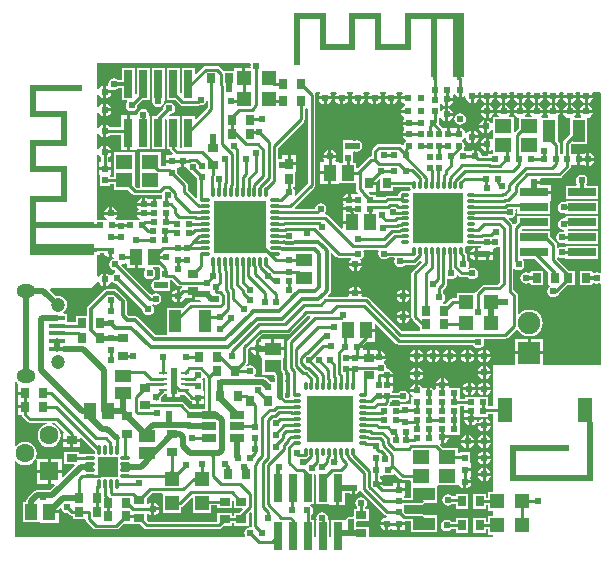
<source format=gtl>
%FSLAX25Y25*%
%MOIN*%
G70*
G01*
G75*
G04 Layer_Physical_Order=1*
G04 Layer_Color=255*
%ADD10R,0.05512X0.04724*%
%ADD11R,0.04331X0.07480*%
%ADD12R,0.05315X0.01575*%
%ADD13R,0.09449X0.02992*%
%ADD14R,0.05118X0.02756*%
%ADD15O,0.03347X0.01102*%
%ADD16O,0.01102X0.03347*%
%ADD17R,0.06693X0.06693*%
%ADD18R,0.16535X0.16535*%
%ADD19O,0.02900X0.01100*%
%ADD20O,0.01100X0.02900*%
%ADD21R,0.15748X0.15748*%
%ADD22R,0.17606X0.17606*%
%ADD23O,0.03347X0.01102*%
%ADD24O,0.01102X0.03347*%
%ADD25R,0.04724X0.04724*%
%ADD26R,0.04921X0.07874*%
%ADD27R,0.02756X0.03543*%
%ADD28R,0.02756X0.00984*%
%ADD29R,0.02402X0.08661*%
%ADD30R,0.05512X0.04331*%
%ADD31R,0.01181X0.01181*%
%ADD32R,0.01181X0.01181*%
%ADD33R,0.02362X0.01969*%
%ADD34R,0.01969X0.02362*%
%ADD35R,0.02756X0.03543*%
%ADD36R,0.03543X0.02756*%
%ADD37R,0.02992X0.09449*%
%ADD38R,0.04331X0.05512*%
%ADD39R,0.04724X0.04724*%
%ADD40R,0.07480X0.04331*%
%ADD41C,0.01200*%
%ADD42C,0.02000*%
%ADD43C,0.01000*%
%ADD44C,0.01500*%
%ADD45O,0.06299X0.04724*%
%ADD46C,0.04724*%
%ADD47R,0.06299X0.06299*%
%ADD48C,0.06299*%
%ADD49R,0.07480X0.07480*%
%ADD50C,0.07480*%
%ADD51C,0.02400*%
%ADD52C,0.03150*%
G36*
X101391Y171044D02*
X101746Y170772D01*
X101669Y170272D01*
X101669D01*
X101669Y170272D01*
Y168000D01*
X104047D01*
Y167000D01*
X101669D01*
Y164728D01*
Y163500D01*
X104047D01*
Y162500D01*
X101669D01*
Y160228D01*
X102868D01*
X102917Y159985D01*
X103182Y159588D01*
X104635Y158135D01*
X105032Y157870D01*
X105500Y157776D01*
X111160D01*
X111192Y157276D01*
X110995Y157250D01*
X110059Y156863D01*
X109254Y156246D01*
X108637Y155441D01*
X108249Y154505D01*
X108117Y153500D01*
X108249Y152495D01*
X108637Y151559D01*
X109254Y150754D01*
X110059Y150137D01*
X110995Y149750D01*
X112000Y149617D01*
X113005Y149750D01*
X113941Y150137D01*
X114746Y150754D01*
X115363Y151559D01*
X115751Y152495D01*
X115883Y153500D01*
X115751Y154505D01*
X115363Y155441D01*
X114746Y156246D01*
X113941Y156863D01*
X113005Y157250D01*
X112808Y157276D01*
X112840Y157776D01*
X113993D01*
X116977Y154793D01*
X116786Y154331D01*
X116728D01*
Y152453D01*
X122272D01*
Y152699D01*
X122734Y152890D01*
X127272Y148353D01*
Y147685D01*
X127282Y147631D01*
X126869Y147218D01*
X126815Y147228D01*
X124571D01*
X124309Y147176D01*
X121972D01*
Y148125D01*
X117028D01*
Y143969D01*
X120365D01*
X120556Y143507D01*
X116612Y139563D01*
X116150Y139754D01*
Y141000D01*
X112500D01*
Y137350D01*
X113746D01*
X113937Y136889D01*
X112282Y135233D01*
X108000D01*
X107337Y135101D01*
X106774Y134726D01*
X104822Y132773D01*
X104446Y132211D01*
X104314Y131547D01*
Y131456D01*
X103182D01*
Y124544D01*
X108787D01*
Y124244D01*
X115118D01*
Y127500D01*
X111953D01*
Y128500D01*
X115118D01*
Y128714D01*
X115611Y129207D01*
X116154Y129043D01*
X116210Y128759D01*
X116630Y128130D01*
X117259Y127710D01*
X118000Y127563D01*
X118173Y127597D01*
X118635Y127135D01*
X119032Y126870D01*
X119500Y126777D01*
X119969D01*
Y125528D01*
X124083D01*
X124144Y125222D01*
X124410Y124825D01*
X126671Y122563D01*
X127068Y122298D01*
X127536Y122205D01*
X134381D01*
X134849Y122298D01*
X135246Y122563D01*
X136711Y124028D01*
X139528D01*
Y123969D01*
X142348D01*
X143682Y122635D01*
X144079Y122370D01*
X144547Y122276D01*
X168453D01*
X168921Y122370D01*
X169318Y122635D01*
X170152Y123469D01*
X172972D01*
Y124324D01*
X173528D01*
Y123469D01*
X178472D01*
Y127347D01*
X179086Y127962D01*
X179548Y127771D01*
Y123338D01*
X179184Y122901D01*
X179000Y122937D01*
X178259Y122790D01*
X177630Y122370D01*
X177210Y121741D01*
X177063Y121000D01*
X177210Y120259D01*
X177383Y120000D01*
X177116Y119500D01*
X100500D01*
Y144916D01*
X101000Y145086D01*
X101254Y144754D01*
X102059Y144137D01*
X102995Y143749D01*
X104000Y143617D01*
X105005Y143749D01*
X105941Y144137D01*
X106746Y144754D01*
X107350Y145543D01*
X107403Y145548D01*
X107850Y145430D01*
Y142000D01*
X111500D01*
Y145650D01*
X107941D01*
X107557Y146028D01*
X107750Y146495D01*
X107883Y147500D01*
X107750Y148505D01*
X107363Y149441D01*
X106746Y150246D01*
X105941Y150863D01*
X105005Y151251D01*
X104000Y151383D01*
X102995Y151251D01*
X102059Y150863D01*
X101254Y150246D01*
X101000Y149914D01*
X100500Y150084D01*
Y171392D01*
X101000Y171554D01*
X101391Y171044D01*
D02*
G37*
G36*
X199084Y192815D02*
X191635Y185365D01*
X191370Y184968D01*
X191277Y184500D01*
Y176015D01*
X191370Y175547D01*
X191635Y175150D01*
X192426Y174358D01*
Y167130D01*
X192375Y166874D01*
X192424Y166629D01*
X192088Y166129D01*
X191063D01*
X190702Y166421D01*
Y167816D01*
X190850D01*
Y171184D01*
X190702D01*
Y172127D01*
X190790Y172259D01*
X190937Y173000D01*
X190790Y173741D01*
X190733Y173826D01*
Y174047D01*
X190601Y174711D01*
X190226Y175273D01*
X189956Y175543D01*
Y179287D01*
X190256D01*
Y181953D01*
X186500D01*
Y182453D01*
X186000D01*
Y185618D01*
X182744D01*
Y184870D01*
X182244Y184595D01*
X182000Y184644D01*
Y182500D01*
Y180356D01*
X182244Y180405D01*
X182744Y180130D01*
Y179287D01*
X183044D01*
Y173682D01*
X186754D01*
X187116Y173265D01*
X187063Y173000D01*
X187210Y172259D01*
X187235Y172221D01*
Y171551D01*
X186913Y171184D01*
Y171184D01*
X185799D01*
X184357Y172626D01*
X183795Y173001D01*
X183132Y173133D01*
X180526D01*
X180370Y173630D01*
X180790Y174259D01*
X180937Y175000D01*
X180790Y175741D01*
X180370Y176370D01*
X179741Y176790D01*
X179000Y176937D01*
X178259Y176790D01*
X178021Y176631D01*
X177703Y177020D01*
X177865Y177182D01*
X178130Y177579D01*
X178224Y178047D01*
Y182493D01*
X178875Y183145D01*
X179147Y183000D01*
X181000D01*
Y184853D01*
X180855Y185125D01*
X182959Y187229D01*
X191500D01*
X191968Y187322D01*
X192365Y187588D01*
X198054Y193277D01*
X198893D01*
X199084Y192815D01*
D02*
G37*
G36*
X256042Y216245D02*
X256016Y216213D01*
Y216213D01*
X255516Y215967D01*
X255358Y216072D01*
X255000Y216144D01*
Y214000D01*
Y211856D01*
X255358Y211928D01*
X255516Y212033D01*
X256016Y211850D01*
Y211850D01*
X257500D01*
Y214032D01*
X258000D01*
Y214531D01*
X259984D01*
Y215734D01*
X260371Y216051D01*
X260469Y216031D01*
X261210Y216179D01*
X261776Y216557D01*
X262039Y216487D01*
X262277Y216354D01*
Y204507D01*
X261493Y203724D01*
X257000D01*
X256532Y203630D01*
X256135Y203365D01*
X254221Y201451D01*
X254214Y201444D01*
X254214Y201444D01*
X254135Y201365D01*
X254059Y201253D01*
X253928Y201062D01*
Y201062D01*
X253928Y201062D01*
X247804D01*
Y199223D01*
X246453D01*
X245985Y199130D01*
X245588Y198865D01*
X244194Y197472D01*
X243284D01*
X243133Y197972D01*
X243370Y198130D01*
X243790Y198759D01*
X243937Y199500D01*
X243790Y200241D01*
X243370Y200870D01*
X243224Y200968D01*
Y202099D01*
X244197Y203072D01*
X244356Y203310D01*
X244462Y203469D01*
X244555Y203937D01*
Y205579D01*
X245055Y205846D01*
X245259Y205710D01*
X246000Y205563D01*
X246741Y205710D01*
X247370Y206130D01*
X247790Y206759D01*
X247806Y206840D01*
X248284Y206985D01*
X248635Y206635D01*
X249032Y206370D01*
X249500Y206276D01*
X251532D01*
X251630Y206130D01*
X252259Y205710D01*
X253000Y205563D01*
X253741Y205710D01*
X254370Y206130D01*
X254790Y206759D01*
X254937Y207500D01*
X254790Y208241D01*
X254370Y208870D01*
X253741Y209290D01*
X253000Y209437D01*
X252259Y209290D01*
X251932Y209071D01*
X251571Y209432D01*
X251790Y209759D01*
X251937Y210500D01*
X251790Y211241D01*
X251370Y211870D01*
X251223Y211968D01*
Y213555D01*
X251130Y214023D01*
X250865Y214420D01*
X250680Y214605D01*
Y215950D01*
X250630Y216201D01*
X250849Y216701D01*
X251349Y216740D01*
X251582Y216694D01*
X253382D01*
X253638Y216745D01*
X255801D01*
X256042Y216245D01*
D02*
G37*
G36*
X228966Y139135D02*
X229363Y138870D01*
X229832Y138777D01*
X232190D01*
X232544Y138423D01*
Y137280D01*
X232544Y136938D01*
X232544Y136938D01*
X232560Y136787D01*
X232560D01*
X232560Y136787D01*
Y132755D01*
X230184D01*
Y133287D01*
X230484D01*
Y134968D01*
X228500D01*
Y135468D01*
X228000D01*
Y137650D01*
X226516D01*
Y136692D01*
X223538D01*
X223262Y136969D01*
X221031D01*
Y137969D01*
X223175D01*
X223104Y138327D01*
X222618Y139055D01*
X222255Y139297D01*
Y140016D01*
X223213D01*
Y140316D01*
X226850D01*
Y140598D01*
X227311Y140790D01*
X228966Y139135D01*
D02*
G37*
G36*
X157000Y242825D02*
X157358Y242896D01*
X157583Y243046D01*
X157641Y243040D01*
X158104Y242793D01*
X158210Y242259D01*
X158630Y241630D01*
X159259Y241210D01*
X159674Y241128D01*
X161316Y239485D01*
Y237650D01*
X161442D01*
Y232828D01*
X160980Y232636D01*
X158308Y235309D01*
Y236947D01*
X158215Y237416D01*
X157949Y237812D01*
X154684Y241077D01*
Y242787D01*
X154984D01*
Y242805D01*
X155425Y243041D01*
X155642Y242896D01*
X156000Y242825D01*
Y244969D01*
X157000D01*
Y242825D01*
D02*
G37*
G36*
X122980Y268409D02*
X107468D01*
Y261717D01*
X117862D01*
Y259748D01*
Y251874D01*
Y249905D01*
X107468D01*
Y243213D01*
X117862D01*
Y241244D01*
Y231402D01*
X107468D01*
Y224709D01*
X126797D01*
Y222740D01*
X107468D01*
Y217228D01*
X126797D01*
Y213685D01*
X105500D01*
Y217228D01*
Y222740D01*
Y224709D01*
Y231402D01*
Y233370D01*
X115894D01*
Y241244D01*
X105500D01*
Y249905D01*
Y251874D01*
X115894D01*
Y259748D01*
X105500D01*
Y261717D01*
Y268409D01*
Y270378D01*
X122980D01*
Y268409D01*
D02*
G37*
G36*
X133000Y212856D02*
X133358Y212928D01*
X133549Y212708D01*
X133297Y212297D01*
X133259Y212290D01*
X132630Y211870D01*
X132210Y211241D01*
X132063Y210500D01*
X132210Y209759D01*
X132630Y209130D01*
X133259Y208710D01*
X133891Y208584D01*
X134081Y208364D01*
X134026Y208043D01*
X133879Y207814D01*
X133759Y207790D01*
X133130Y207370D01*
X132814Y206897D01*
X132328Y206839D01*
X132236Y206862D01*
X132086Y207086D01*
X131358Y207572D01*
X131000Y207644D01*
Y205500D01*
Y203356D01*
X131358Y203428D01*
X132086Y203914D01*
X132547Y204603D01*
X132769Y204659D01*
X133091Y204688D01*
X133130Y204630D01*
X133759Y204210D01*
X134500Y204063D01*
X134673Y204097D01*
X143097Y195673D01*
X143063Y195500D01*
X143210Y194759D01*
X143630Y194130D01*
X144259Y193710D01*
X145000Y193563D01*
X145741Y193710D01*
X146370Y194130D01*
X146790Y194759D01*
X146937Y195500D01*
X146790Y196241D01*
X146370Y196870D01*
X146649Y197283D01*
X146759Y197210D01*
X147500Y197063D01*
X148241Y197210D01*
X148870Y197630D01*
X149290Y198259D01*
X149437Y199000D01*
X149290Y199741D01*
X148870Y200370D01*
X148241Y200790D01*
X147500Y200937D01*
X146759Y200790D01*
X146130Y200370D01*
X145662Y200569D01*
X136089Y210141D01*
X136109Y210286D01*
X136286Y210651D01*
X137015Y210796D01*
X137382Y211041D01*
X137882Y210774D01*
Y209244D01*
X140547D01*
Y213000D01*
X141547D01*
Y209244D01*
X143825D01*
X143888Y209167D01*
X144046Y208744D01*
X143710Y208241D01*
X143563Y207500D01*
X143710Y206759D01*
X144130Y206130D01*
X144759Y205710D01*
X145500Y205563D01*
X146241Y205710D01*
X146870Y206130D01*
X147290Y206759D01*
X147437Y207500D01*
X147290Y208241D01*
X146870Y208870D01*
X146609Y209044D01*
X146761Y209544D01*
X148396D01*
X148816Y209350D01*
Y205913D01*
X148816Y205822D01*
X148410Y205412D01*
X148316Y205412D01*
X148031Y205469D01*
X147290Y205321D01*
X146662Y204901D01*
X146242Y204273D01*
X146094Y203532D01*
X146242Y202790D01*
X146662Y202162D01*
X147290Y201742D01*
X148031Y201594D01*
X148316Y201651D01*
X148816Y201650D01*
X148816Y201650D01*
X148816Y201650D01*
X152184D01*
Y203285D01*
X152233Y203532D01*
X152184Y203778D01*
Y204977D01*
X152184Y205413D01*
X152658Y205476D01*
X152793D01*
X154666Y203603D01*
X155063Y203338D01*
X155532Y203245D01*
X156369D01*
X156418Y202745D01*
X156079Y202678D01*
X155682Y202412D01*
X155500Y202230D01*
Y200000D01*
Y197856D01*
X155858Y197928D01*
X156586Y198414D01*
X156867Y198834D01*
X157228Y199169D01*
Y199169D01*
X159500D01*
Y201547D01*
X160500D01*
Y198901D01*
X161016Y198798D01*
X162390D01*
X162441Y198616D01*
X162496Y198358D01*
X162261Y197874D01*
X159229D01*
X158761Y197781D01*
X158602Y197675D01*
X158364Y197516D01*
X156789Y195940D01*
X151213D01*
Y187060D01*
X150769Y186925D01*
X147449D01*
X141437Y192937D01*
X141007Y193225D01*
X140500Y193325D01*
X138549D01*
X137826Y194049D01*
Y198248D01*
X137725Y198755D01*
X137437Y199185D01*
X134535Y202087D01*
X134105Y202375D01*
X133598Y202476D01*
X131402D01*
X130895Y202375D01*
X130465Y202087D01*
X125063Y196685D01*
X124775Y196255D01*
X124674Y195748D01*
Y193472D01*
X120969D01*
Y191283D01*
X117858D01*
Y191546D01*
Y194106D01*
X116813D01*
X116643Y194606D01*
X116979Y194863D01*
X117470Y195503D01*
X117779Y196248D01*
X117884Y197047D01*
X117779Y197847D01*
X117470Y198592D01*
X116979Y199231D01*
X116340Y199722D01*
X115595Y200031D01*
X114795Y200136D01*
X114232Y200062D01*
X112256Y202038D01*
X112447Y202500D01*
X126000D01*
X127980Y204480D01*
X128018Y204494D01*
X128069Y204505D01*
X128500Y204533D01*
X128914Y203914D01*
X129642Y203428D01*
X130000Y203356D01*
Y205500D01*
Y207644D01*
X129642Y207572D01*
X128914Y207086D01*
X128500Y206467D01*
X128000Y206576D01*
Y213826D01*
X128970D01*
Y214351D01*
X130386D01*
X130428Y214142D01*
X130914Y213414D01*
X131642Y212928D01*
X132000Y212856D01*
Y215000D01*
X133000D01*
Y212856D01*
D02*
G37*
G36*
X221871Y214966D02*
X221857Y214877D01*
X221712Y214150D01*
X221860Y213408D01*
X222280Y212780D01*
X222908Y212360D01*
X223650Y212212D01*
X224391Y212360D01*
X225019Y212780D01*
X225117Y212926D01*
X227066D01*
X227334Y212426D01*
X227210Y212241D01*
X227063Y211500D01*
X227210Y210759D01*
X227630Y210130D01*
X228259Y209710D01*
X229000Y209563D01*
X229741Y209710D01*
X230370Y210130D01*
X230468Y210277D01*
X233554D01*
X234022Y210370D01*
X234419Y210635D01*
X235562Y211778D01*
X236090Y211599D01*
X236123Y211353D01*
X233135Y208365D01*
X232870Y207968D01*
X232776Y207500D01*
Y193000D01*
X232870Y192532D01*
X233135Y192135D01*
X235469Y189800D01*
Y188224D01*
X229552D01*
X218365Y199411D01*
X217968Y199676D01*
X217500Y199769D01*
X216379D01*
X216098Y200269D01*
X216144Y200500D01*
X211856D01*
X211902Y200269D01*
X211621Y199769D01*
X204964D01*
X204849Y200049D01*
X204820Y200269D01*
X205537Y200986D01*
X205825Y201416D01*
X205925Y201923D01*
Y214297D01*
X206387Y214488D01*
X207741Y213135D01*
X208138Y212870D01*
X208606Y212776D01*
X212547D01*
X212699Y212277D01*
X212414Y212086D01*
X211928Y211358D01*
X211856Y211000D01*
X216144D01*
X216072Y211358D01*
X215832Y211718D01*
X215743Y212200D01*
X215961Y212357D01*
X216370Y212630D01*
X216790Y213259D01*
X216937Y214000D01*
X216790Y214741D01*
X216700Y214877D01*
X216967Y215376D01*
X221590D01*
X221871Y214966D01*
D02*
G37*
G36*
X293122Y138409D02*
X265563D01*
Y150221D01*
X285248D01*
Y148252D01*
X267531D01*
Y140378D01*
X291154D01*
Y158095D01*
X293122D01*
Y138409D01*
D02*
G37*
G36*
X164052Y172542D02*
Y162318D01*
X162016D01*
Y162202D01*
X160684D01*
Y162350D01*
X158849D01*
X156786Y164412D01*
X156389Y164678D01*
X155921Y164771D01*
X149439D01*
X149172Y165271D01*
X149290Y165448D01*
X149437Y166189D01*
X149403Y166362D01*
X150397Y167355D01*
X151299D01*
Y166169D01*
X153000D01*
Y171500D01*
X154000D01*
Y166169D01*
X155701D01*
Y167055D01*
X156904D01*
X158792Y165166D01*
X159189Y164901D01*
X159516Y164836D01*
Y163850D01*
X161000D01*
Y166032D01*
X161500D01*
Y166532D01*
X163484D01*
Y168213D01*
X163184D01*
Y171850D01*
X163184Y171850D01*
X163184D01*
X163016Y172350D01*
X163238Y172680D01*
X163743Y172801D01*
X164052Y172542D01*
D02*
G37*
G36*
X249500Y266356D02*
X249858Y266428D01*
X250290Y266716D01*
X250536Y266602D01*
X250770Y266435D01*
X250928Y265642D01*
X251414Y264914D01*
X252142Y264428D01*
X252500Y264356D01*
Y266500D01*
X253000D01*
Y267000D01*
X255144D01*
X255072Y267358D01*
X254938Y267559D01*
X255174Y268000D01*
X255826D01*
X256062Y267559D01*
X255928Y267358D01*
X255856Y267000D01*
X260144D01*
X260072Y267358D01*
X259938Y267559D01*
X260174Y268000D01*
X261326D01*
X261562Y267559D01*
X261428Y267358D01*
X261356Y267000D01*
X265644D01*
X265572Y267358D01*
X265438Y267559D01*
X265674Y268000D01*
X266826D01*
X267062Y267559D01*
X266928Y267358D01*
X266856Y267000D01*
X271144D01*
X271072Y267358D01*
X270938Y267559D01*
X271174Y268000D01*
X272326D01*
X272562Y267559D01*
X272428Y267358D01*
X272356Y267000D01*
X276644D01*
X276572Y267358D01*
X276438Y267559D01*
X276674Y268000D01*
X277826D01*
X278062Y267559D01*
X277928Y267358D01*
X277856Y267000D01*
X282144D01*
X282072Y267358D01*
X281938Y267559D01*
X282174Y268000D01*
X283326D01*
X283562Y267559D01*
X283428Y267358D01*
X283356Y267000D01*
X287644D01*
X287572Y267358D01*
X287438Y267559D01*
X287674Y268000D01*
X288826D01*
X289062Y267559D01*
X288928Y267358D01*
X288856Y267000D01*
X293144D01*
X293072Y267358D01*
X292938Y267559D01*
X293174Y268000D01*
X295646D01*
X296000Y267646D01*
X296000Y207884D01*
X295500Y207617D01*
X295241Y207790D01*
X294500Y207937D01*
X293759Y207790D01*
X293531Y207637D01*
X293031Y207905D01*
Y208472D01*
X288875D01*
Y203528D01*
X293031D01*
Y204095D01*
X293531Y204363D01*
X293759Y204210D01*
X294500Y204063D01*
X295241Y204210D01*
X295500Y204383D01*
X296000Y204116D01*
Y177000D01*
X276740D01*
Y180500D01*
X267260D01*
Y177000D01*
X260000D01*
Y163609D01*
X259646Y163255D01*
X258350D01*
Y166184D01*
X254587D01*
Y166184D01*
X254413D01*
Y166184D01*
X250650D01*
Y165724D01*
X248881D01*
Y166184D01*
X248850D01*
Y169184D01*
X245588D01*
X245213Y169484D01*
D01*
X245179Y169968D01*
X245179Y169968D01*
X240884D01*
X240850Y169484D01*
X240850Y169484D01*
X240850Y169484D01*
Y168842D01*
X240350Y168691D01*
X240086Y169086D01*
X239358Y169572D01*
X239000Y169644D01*
Y167500D01*
X238000D01*
Y169644D01*
X237642Y169572D01*
X237110Y169217D01*
X236601Y169351D01*
X236547Y169396D01*
X236086Y170086D01*
X235358Y170572D01*
X235000Y170644D01*
Y168500D01*
X234500D01*
Y168000D01*
X232356D01*
X232428Y167642D01*
X232914Y166914D01*
X233258Y166684D01*
X233106Y166184D01*
X232682D01*
Y163931D01*
X232216Y163850D01*
X232216Y163850D01*
X232216Y163850D01*
X228847D01*
Y163184D01*
X225622D01*
X225405Y163432D01*
X225398Y163684D01*
X225630Y164032D01*
X225724Y164500D01*
Y164650D01*
X226184D01*
Y165277D01*
X228532D01*
X228630Y165130D01*
X229259Y164710D01*
X230000Y164563D01*
X230741Y164710D01*
X231370Y165130D01*
X231790Y165759D01*
X231937Y166500D01*
X231790Y167241D01*
X231370Y167870D01*
X230741Y168290D01*
X230000Y168437D01*
X229259Y168290D01*
X228630Y167870D01*
X228532Y167724D01*
X226184D01*
Y168287D01*
X226484D01*
Y169968D01*
X224500D01*
Y170968D01*
X226484D01*
Y172510D01*
X226572Y172642D01*
X226644Y173000D01*
X224500D01*
Y174000D01*
X226644D01*
X226572Y174358D01*
X226086Y175086D01*
X225358Y175572D01*
X224500Y175743D01*
X224391Y176231D01*
X224290Y176741D01*
X223870Y177370D01*
X223586Y177559D01*
Y177914D01*
X224072Y178642D01*
X224144Y179000D01*
X222000D01*
Y179500D01*
X221500D01*
Y181644D01*
X221500Y181644D01*
X221272Y181831D01*
Y181831D01*
X219000D01*
Y179453D01*
X218000D01*
Y181831D01*
X216650D01*
Y182500D01*
X214469D01*
Y183500D01*
X216699D01*
X217943Y184744D01*
X220618D01*
Y188000D01*
X217453D01*
Y189000D01*
X220618D01*
Y190498D01*
X221080Y190690D01*
X227635Y184135D01*
X227873Y183976D01*
X228032Y183870D01*
X228500Y183776D01*
X253207D01*
X253210Y183759D01*
X253630Y183130D01*
X254259Y182710D01*
X255000Y182563D01*
X255741Y182710D01*
X256370Y183130D01*
X256790Y183759D01*
X256937Y184500D01*
X256790Y185241D01*
X256727Y185336D01*
X256962Y185776D01*
X264000D01*
X264468Y185870D01*
X264865Y186135D01*
X267554Y188824D01*
X268078Y188766D01*
X268155Y188717D01*
X268833Y187833D01*
X269761Y187121D01*
X270841Y186674D01*
X272000Y186521D01*
X273159Y186674D01*
X274239Y187121D01*
X275167Y187833D01*
X275879Y188761D01*
X276326Y189841D01*
X276479Y191000D01*
X276326Y192159D01*
X275879Y193239D01*
X275167Y194167D01*
X274239Y194878D01*
X273159Y195326D01*
X272000Y195478D01*
X270841Y195326D01*
X269761Y194878D01*
X268833Y194167D01*
X268757Y194067D01*
X268283Y194228D01*
Y200004D01*
X268190Y200472D01*
X267925Y200869D01*
X266723Y202071D01*
Y208907D01*
X267224Y209068D01*
X267759Y208710D01*
X268500Y208563D01*
X269241Y208710D01*
X269870Y209130D01*
X270290Y209759D01*
X270437Y210500D01*
X270290Y211241D01*
X269870Y211870D01*
X269774Y211934D01*
X269926Y212434D01*
X273954D01*
X278375Y208013D01*
Y203528D01*
X278716D01*
X278867Y203028D01*
X278630Y202870D01*
X278210Y202241D01*
X278063Y201500D01*
X278210Y200759D01*
X278630Y200130D01*
X279259Y199710D01*
X280000Y199563D01*
X280741Y199710D01*
X281370Y200130D01*
X281790Y200759D01*
X281790Y200760D01*
X284558Y203528D01*
X287125D01*
Y208472D01*
X285261D01*
X281295Y212438D01*
X281343Y212806D01*
X281828Y212998D01*
X282259Y212710D01*
X283000Y212563D01*
X283705Y212703D01*
X283818Y212697D01*
X284206Y212490D01*
Y212434D01*
X295054D01*
Y216826D01*
X284206D01*
Y216510D01*
X283818Y216303D01*
X283705Y216297D01*
X283000Y216437D01*
X282259Y216290D01*
X281723Y215932D01*
X281224Y216093D01*
Y217000D01*
X281130Y217468D01*
X280865Y217865D01*
X278913Y219818D01*
Y221826D01*
X269748D01*
X269481Y222326D01*
X269553Y222434D01*
X278913D01*
Y226826D01*
X268064D01*
Y224794D01*
X267156Y223887D01*
X266778Y223945D01*
X266590Y224028D01*
X266365Y224365D01*
X265197Y225533D01*
X265443Y225994D01*
X265600Y225963D01*
X266341Y226110D01*
X266970Y226530D01*
X267390Y227159D01*
X267537Y227900D01*
X267418Y228502D01*
X267723Y228928D01*
X268064Y228846D01*
Y227434D01*
X278913D01*
Y231758D01*
X279213Y232134D01*
X279213Y232134D01*
Y232134D01*
X279213Y232631D01*
Y234130D01*
X273488D01*
Y235130D01*
X279213D01*
Y237126D01*
X276070D01*
X275772Y237488D01*
X273488D01*
Y238488D01*
X275632D01*
X275574Y238776D01*
X275707Y239121D01*
X275790Y239277D01*
X282031D01*
X282500Y239370D01*
X282897Y239635D01*
X285428Y242166D01*
X285693Y242563D01*
X285787Y243032D01*
Y243816D01*
X286319D01*
Y243516D01*
X288000D01*
Y245500D01*
Y247484D01*
X286319D01*
Y247184D01*
X285787D01*
Y250560D01*
X291318D01*
Y259320D01*
X291858Y259428D01*
X292586Y259914D01*
X293072Y260642D01*
X293144Y261000D01*
X288856D01*
X288928Y260642D01*
X289396Y259940D01*
X289339Y259667D01*
X289270Y259440D01*
X287230D01*
X287161Y259667D01*
X287104Y259940D01*
X287572Y260642D01*
X287644Y261000D01*
X283356D01*
X283428Y260642D01*
X283914Y259914D01*
X284642Y259428D01*
X285500Y259257D01*
X285587Y259185D01*
Y253865D01*
X283698Y251975D01*
X283433Y251578D01*
X283340Y251110D01*
Y247285D01*
X282881Y247184D01*
X282881Y247184D01*
X282881Y247184D01*
X282224D01*
Y250386D01*
X282130Y250854D01*
X281865Y251251D01*
X281476Y251641D01*
Y259440D01*
X281476Y259440D01*
X281476D01*
X281586Y259914D01*
X282072Y260642D01*
X282144Y261000D01*
X277856D01*
X277928Y260642D01*
X278396Y259940D01*
X278339Y259667D01*
X278270Y259440D01*
X276277D01*
X276134Y259795D01*
X276104Y259940D01*
X276572Y260642D01*
X276644Y261000D01*
X272356D01*
X272428Y260642D01*
X272815Y260062D01*
X272609Y259562D01*
X270891D01*
X270685Y260062D01*
X271072Y260642D01*
X271144Y261000D01*
X266856D01*
X266928Y260642D01*
X267414Y259914D01*
X268142Y259428D01*
X268576Y259341D01*
Y255774D01*
X267326Y254525D01*
X266870Y254674D01*
X266826Y254708D01*
Y259562D01*
X265391D01*
X265185Y260062D01*
X265572Y260642D01*
X265644Y261000D01*
X261356D01*
X261428Y260642D01*
X261815Y260062D01*
X261609Y259562D01*
X259914D01*
Y257747D01*
X259414Y257595D01*
X259086Y258086D01*
X258358Y258572D01*
X258000Y258644D01*
Y256500D01*
Y254356D01*
X258358Y254428D01*
X259086Y254914D01*
X259414Y255405D01*
X259914Y255253D01*
Y253763D01*
X259914Y253438D01*
Y253350D01*
Y253263D01*
X259914Y252938D01*
Y252427D01*
X259414Y252201D01*
X258858Y252572D01*
X258500Y252644D01*
Y250500D01*
Y248356D01*
X258858Y248428D01*
X259414Y248799D01*
X259914Y248573D01*
Y247484D01*
X258382D01*
Y246724D01*
X256230D01*
X256104Y247358D01*
X255618Y248086D01*
X254890Y248572D01*
X254532Y248644D01*
Y246500D01*
X253532D01*
Y248644D01*
X253173Y248572D01*
X252681Y248244D01*
X252181Y248484D01*
Y248484D01*
X252181Y248484D01*
X250405D01*
X250138Y248984D01*
X250321Y249259D01*
X250469Y250000D01*
X250321Y250741D01*
X249901Y251370D01*
X249670Y251524D01*
X249670Y252126D01*
X250055Y252382D01*
X250298Y252746D01*
X250828Y252641D01*
X250928Y252142D01*
X251414Y251414D01*
X252142Y250928D01*
X252500Y250856D01*
Y253000D01*
Y255144D01*
X252142Y255072D01*
X251414Y254586D01*
X251171Y254222D01*
X250640Y254328D01*
X250541Y254827D01*
X250055Y255555D01*
X249327Y256041D01*
X248969Y256112D01*
Y253969D01*
X247969D01*
Y256112D01*
X247610Y256041D01*
X247436Y255925D01*
X247016Y256150D01*
Y256150D01*
X247016Y256150D01*
X245532D01*
Y253969D01*
X244531D01*
Y256150D01*
X243047D01*
Y256150D01*
X242943Y256265D01*
X242897Y256334D01*
X241881Y257349D01*
Y259182D01*
X241900Y259292D01*
X242443Y259491D01*
X242603Y259379D01*
X242914Y258914D01*
X243642Y258428D01*
X244000Y258356D01*
Y260500D01*
Y262644D01*
X243642Y262572D01*
X242914Y262086D01*
X242716Y261790D01*
X242216Y261941D01*
Y263413D01*
X242216D01*
Y263587D01*
X242216D01*
Y264059D01*
X242716Y264210D01*
X242914Y263914D01*
X243642Y263428D01*
X244000Y263356D01*
Y265500D01*
X244500D01*
Y266000D01*
X246644D01*
X246640Y266016D01*
X246681Y266516D01*
X246681Y266516D01*
X246681Y266516D01*
Y267111D01*
X247181Y267262D01*
X247414Y266914D01*
X248142Y266428D01*
X248500Y266356D01*
Y268500D01*
X249500D01*
Y266356D01*
D02*
G37*
G36*
X250350Y162000D02*
X252532D01*
Y161000D01*
X250350D01*
Y159531D01*
X254854D01*
X255033Y159816D01*
X258350D01*
Y160808D01*
X260000D01*
X260000Y134916D01*
X259646Y134562D01*
X258304D01*
Y132723D01*
X257531D01*
Y133972D01*
X253375D01*
Y129028D01*
X257531D01*
Y130277D01*
X258304D01*
Y128438D01*
X260000D01*
Y126916D01*
X259646Y126562D01*
X258304D01*
Y124723D01*
X257531D01*
Y125972D01*
X253375D01*
Y121028D01*
X257531D01*
Y122276D01*
X258304D01*
Y120438D01*
X260000D01*
Y119854D01*
X259646Y119500D01*
X218472D01*
Y123125D01*
X214387D01*
Y124247D01*
X214437Y124500D01*
X214745Y124875D01*
X218472D01*
Y129031D01*
X217224D01*
Y129532D01*
X217370Y129630D01*
X217790Y130259D01*
X217937Y131000D01*
X217790Y131741D01*
X217370Y132370D01*
X216741Y132790D01*
X216000Y132937D01*
X215259Y132790D01*
X214630Y132370D01*
X214210Y131741D01*
X214063Y131000D01*
X214210Y130259D01*
X214630Y129630D01*
X214776Y129532D01*
Y129031D01*
X213528D01*
Y126654D01*
X213028Y126332D01*
X212500Y126437D01*
X211759Y126290D01*
X211130Y125870D01*
X210809Y125390D01*
X210326Y125294D01*
Y125294D01*
X210326Y125294D01*
X205934D01*
Y119500D01*
X205326D01*
Y125294D01*
X205191D01*
X204874Y125681D01*
X204937Y126000D01*
X204790Y126741D01*
X204370Y127370D01*
X203741Y127790D01*
X203000Y127937D01*
X202259Y127790D01*
X201630Y127370D01*
X201210Y126741D01*
X201063Y126000D01*
X201151Y125559D01*
X200934Y125294D01*
X200934D01*
Y119500D01*
X200326D01*
Y125294D01*
X199353D01*
Y127119D01*
X199370Y127130D01*
X199790Y127759D01*
X199937Y128500D01*
X199790Y129241D01*
X199370Y129870D01*
X199044Y130087D01*
X199196Y130587D01*
X200326D01*
Y140466D01*
X200434Y140530D01*
X200934Y140247D01*
Y130587D01*
X205258D01*
X205634Y130287D01*
X205634Y130287D01*
X205634Y130287D01*
X205634Y130287D01*
X207630D01*
Y136012D01*
X208630D01*
Y130287D01*
X210626D01*
Y134279D01*
X212117D01*
X212642Y133928D01*
X213000Y133856D01*
Y136000D01*
X214000D01*
Y133856D01*
X214358Y133928D01*
X215086Y134414D01*
X215376Y134847D01*
X215966Y134864D01*
X223727Y127103D01*
X224124Y126838D01*
X224560Y126751D01*
X224532Y126275D01*
X223673Y126104D01*
X222945Y125618D01*
X222459Y124890D01*
X222388Y124531D01*
X224532D01*
Y124031D01*
X225031D01*
Y121888D01*
X225390Y121959D01*
X226016Y122377D01*
X226378Y122256D01*
X226516Y122156D01*
Y121850D01*
X228000D01*
Y124031D01*
X228500D01*
Y124531D01*
X230484D01*
Y125021D01*
X232560D01*
Y121213D01*
X241440D01*
Y126944D01*
X237086D01*
X236975Y127109D01*
X236578Y127374D01*
X236110Y127468D01*
X230731D01*
X230184Y128015D01*
Y129650D01*
X230184D01*
Y130308D01*
X235886D01*
X236354Y130401D01*
X236751Y130666D01*
X236975Y130891D01*
X237086Y131056D01*
X241440D01*
Y136438D01*
X241440Y136648D01*
Y136787D01*
X241878Y136938D01*
X241878Y136938D01*
X247997D01*
X248008D01*
X248084Y136938D01*
X248117D01*
X248597Y136888D01*
D01*
X248914Y136414D01*
X249642Y135928D01*
X250000Y135856D01*
Y138000D01*
X250500D01*
Y138500D01*
X252644D01*
X252572Y138858D01*
X252244Y139350D01*
X252484Y139850D01*
X252484D01*
X252484Y139850D01*
Y141532D01*
X250500D01*
Y142532D01*
X252484D01*
Y144213D01*
X252184D01*
Y147850D01*
X248816D01*
Y147523D01*
X248117D01*
Y149361D01*
X243330D01*
X242259Y150432D01*
X242505Y150893D01*
X242531Y150888D01*
Y153032D01*
X243032D01*
Y153532D01*
X245354D01*
X245533Y153816D01*
X248850D01*
Y156816D01*
X248881D01*
Y160184D01*
X248881D01*
Y162816D01*
Y163277D01*
X250350D01*
Y162000D01*
D02*
G37*
G36*
X229856Y267500D02*
X229428Y266858D01*
X229356Y266500D01*
X231500D01*
Y265500D01*
X229356D01*
X229428Y265142D01*
X229914Y264414D01*
X230492Y264028D01*
X230508Y263978D01*
Y263522D01*
X230492Y263472D01*
X229914Y263086D01*
X229428Y262358D01*
X229356Y262000D01*
X231500D01*
Y261000D01*
X229356D01*
X229428Y260642D01*
X229914Y259914D01*
X230333Y259634D01*
X230414Y259086D01*
X230385Y259043D01*
X229928Y258358D01*
X229856Y258000D01*
X232000D01*
Y257000D01*
X229856D01*
X229928Y256642D01*
X230414Y255914D01*
X230367Y255437D01*
X229959Y254827D01*
X229888Y254468D01*
X232031D01*
Y253468D01*
X229888D01*
X229959Y253110D01*
X230445Y252382D01*
X230861Y252104D01*
Y251503D01*
X230662Y251370D01*
X230242Y250741D01*
X230162Y250342D01*
X229620Y250177D01*
X229532Y250265D01*
X229135Y250530D01*
X228667Y250623D01*
X221879D01*
X221411Y250530D01*
X221252Y250424D01*
X221014Y250265D01*
X219866Y249118D01*
X219601Y248721D01*
X219508Y248253D01*
Y246523D01*
X219332D01*
X218863Y246430D01*
X218466Y246165D01*
X214850Y242548D01*
X214350Y242756D01*
Y244456D01*
X213569D01*
X213216Y244810D01*
Y247587D01*
X213216Y247913D01*
X213472Y248138D01*
X213716Y248186D01*
X213727Y248179D01*
X214469Y248031D01*
X215210Y248179D01*
X215838Y248599D01*
X216258Y249227D01*
X216406Y249969D01*
X216258Y250710D01*
X215838Y251338D01*
X215210Y251758D01*
X214469Y251906D01*
X213727Y251758D01*
X213716Y251751D01*
X213216Y251850D01*
Y251850D01*
X209847D01*
Y250215D01*
X209798Y249969D01*
X209847Y249722D01*
Y248413D01*
X209847Y248087D01*
Y248000D01*
Y247913D01*
X209847Y247587D01*
Y244456D01*
X208744D01*
Y244756D01*
X207613D01*
X207346Y245256D01*
X207604Y245642D01*
X207675Y246000D01*
X203388D01*
X203459Y245642D01*
X203717Y245256D01*
X203450Y244756D01*
X202413D01*
Y241500D01*
X205579D01*
Y241000D01*
X206079D01*
Y237244D01*
X208744D01*
Y237544D01*
X214308D01*
Y235524D01*
X214401Y235056D01*
X214666Y234659D01*
X214879Y234446D01*
X214688Y233984D01*
X213022D01*
X212890Y234072D01*
X212531Y234144D01*
Y232000D01*
X212032D01*
Y231500D01*
X209888D01*
X209959Y231142D01*
X210388Y230500D01*
X209959Y229858D01*
X209888Y229500D01*
X212032D01*
Y228500D01*
X209888D01*
X209926Y228309D01*
X209882Y228256D01*
X209882D01*
Y225000D01*
X213047D01*
Y224000D01*
X209882D01*
Y222502D01*
X209420Y222310D01*
X204865Y226865D01*
X204468Y227130D01*
X204124Y227199D01*
X203993Y227421D01*
X203962Y227506D01*
X203932Y227724D01*
X204290Y228259D01*
X204437Y229000D01*
X204290Y229741D01*
X203870Y230370D01*
X203241Y230790D01*
X202500Y230937D01*
X201759Y230790D01*
X201130Y230370D01*
X200710Y229741D01*
X200588Y229125D01*
X194009D01*
X193817Y229587D01*
X200365Y236135D01*
X200630Y236532D01*
X200724Y237000D01*
Y266953D01*
X200630Y267421D01*
X200578Y267500D01*
X200845Y268000D01*
X202202D01*
X202356Y267500D01*
X201928Y266858D01*
X201856Y266500D01*
X206144D01*
X206072Y266858D01*
X205644Y267500D01*
X205798Y268000D01*
X207702D01*
X207856Y267500D01*
X207428Y266858D01*
X207356Y266500D01*
X211644D01*
X211572Y266858D01*
X211144Y267500D01*
X211298Y268000D01*
X213202D01*
X213356Y267500D01*
X212928Y266858D01*
X212856Y266500D01*
X217144D01*
X217072Y266858D01*
X216644Y267500D01*
X216798Y268000D01*
X218702D01*
X218856Y267500D01*
X218428Y266858D01*
X218356Y266500D01*
X222644D01*
X222572Y266858D01*
X222144Y267500D01*
X222298Y268000D01*
X224202D01*
X224356Y267500D01*
X223928Y266858D01*
X223856Y266500D01*
X228144D01*
X228072Y266858D01*
X227644Y267500D01*
X227798Y268000D01*
X229702D01*
X229856Y267500D01*
D02*
G37*
G36*
X250232Y292411D02*
Y273083D01*
X246688D01*
Y292411D01*
X241176D01*
Y273083D01*
X239208D01*
Y292411D01*
X232515D01*
Y282017D01*
X220704D01*
Y292411D01*
X214011D01*
Y283986D01*
Y282017D01*
X202200D01*
Y292411D01*
X195507D01*
Y276899D01*
X193539D01*
Y292411D01*
Y294379D01*
X204169D01*
Y292411D01*
Y283986D01*
X212042D01*
Y292411D01*
Y294379D01*
X222672D01*
Y292411D01*
Y283986D01*
X230546D01*
Y292411D01*
Y294379D01*
X250232D01*
Y292411D01*
D02*
G37*
G36*
X179162Y277000D02*
X179063Y276500D01*
X179113Y276249D01*
X178796Y275862D01*
X177366D01*
Y272500D01*
X176366D01*
Y275862D01*
X173504D01*
Y274972D01*
X170252D01*
X170240Y274990D01*
X168894Y276337D01*
X168497Y276602D01*
X168028Y276695D01*
X164172D01*
X163704Y276602D01*
X163307Y276337D01*
X161028Y274058D01*
X160566Y274249D01*
Y276054D01*
X156174D01*
Y267777D01*
X155674Y267509D01*
X155566Y267581D01*
Y276054D01*
X151174D01*
Y265206D01*
X154147D01*
X155512Y263840D01*
X155909Y263575D01*
X156377Y263482D01*
X161751D01*
X162214Y263574D01*
X162500Y263517D01*
X163241Y263665D01*
X163870Y264085D01*
X164290Y264713D01*
X164324Y264884D01*
X164824Y264835D01*
Y262672D01*
X161028Y258876D01*
X160566Y259068D01*
Y259913D01*
X156174D01*
Y249223D01*
X155566D01*
Y259913D01*
X152239D01*
X152141Y260001D01*
X151974Y260413D01*
X152113Y260585D01*
X152741Y260710D01*
X153370Y261130D01*
X153790Y261759D01*
X153937Y262500D01*
X153790Y263241D01*
X153370Y263870D01*
X152741Y264290D01*
X152000Y264437D01*
X151259Y264290D01*
X150630Y263870D01*
X150210Y263241D01*
X150063Y262500D01*
X150097Y262327D01*
X147682Y259913D01*
X146174D01*
Y249064D01*
X150566D01*
Y258947D01*
X150674Y259019D01*
X151174Y258752D01*
Y249064D01*
X152160D01*
X152240Y248662D01*
X152505Y248265D01*
X153158Y247611D01*
X152967Y247150D01*
X151016D01*
Y245468D01*
X153000D01*
Y244468D01*
X151016D01*
Y243286D01*
X149117D01*
Y247861D01*
X146395D01*
X146358Y247886D01*
X145890Y247979D01*
X145422Y247886D01*
X145384Y247861D01*
X142206D01*
Y242062D01*
X142206Y241737D01*
X142206Y241737D01*
Y241562D01*
X142206D01*
X142206Y241562D01*
Y236161D01*
X141069D01*
X140456Y236774D01*
Y241237D01*
X140456Y241562D01*
Y241650D01*
Y241737D01*
X140456Y242062D01*
Y247861D01*
X133544D01*
Y242062D01*
X133544Y241737D01*
Y241650D01*
Y241562D01*
X133544Y241237D01*
Y239755D01*
X132184D01*
Y240287D01*
X132484D01*
Y241968D01*
X128516D01*
Y240287D01*
X128816D01*
Y236650D01*
X132184D01*
Y237308D01*
X133544D01*
Y235438D01*
X138332D01*
X139697Y234073D01*
X139935Y233914D01*
X140094Y233807D01*
X140562Y233714D01*
X148914D01*
X149103Y233752D01*
X149517Y233525D01*
X149587Y233377D01*
X149710Y232759D01*
X149745Y232707D01*
Y232184D01*
X149213D01*
Y232484D01*
X147531D01*
Y230500D01*
X146531D01*
Y232484D01*
X144850D01*
X144850Y232484D01*
Y232484D01*
X144361Y232570D01*
X144358Y232572D01*
X144000Y232644D01*
Y230500D01*
X143500D01*
Y230000D01*
X141356D01*
X141428Y229642D01*
X141856Y229000D01*
X141428Y228358D01*
X141356Y228000D01*
X143500D01*
Y227000D01*
X141356D01*
X141428Y226642D01*
X141914Y225914D01*
X142258Y225684D01*
X142106Y225184D01*
X141413D01*
X141087Y225184D01*
X141000D01*
X140913D01*
X140587Y225184D01*
X137684D01*
Y225350D01*
X134316D01*
X134316Y225350D01*
Y225350D01*
X134160Y225362D01*
X134027Y225875D01*
X134086Y225914D01*
X134572Y226642D01*
X134644Y227000D01*
X130356D01*
X130428Y226642D01*
X130914Y225914D01*
X131258Y225684D01*
X131106Y225184D01*
X131087D01*
X131000D01*
X130913D01*
X130587Y225184D01*
X128000D01*
Y246924D01*
X128500Y247033D01*
X128914Y246414D01*
X129277Y246172D01*
Y244650D01*
X128516D01*
Y242969D01*
X132484D01*
Y244650D01*
X131723D01*
Y246172D01*
X132086Y246414D01*
X132572Y247142D01*
X132644Y247500D01*
X130500D01*
Y248000D01*
X130000D01*
Y250144D01*
X129642Y250072D01*
X128914Y249586D01*
X128500Y248967D01*
X128000Y249076D01*
Y253924D01*
X128500Y254033D01*
X128914Y253414D01*
X129642Y252928D01*
X130000Y252856D01*
Y255000D01*
Y257144D01*
X129642Y257072D01*
X128914Y256586D01*
X128500Y255967D01*
X128000Y256076D01*
Y260924D01*
X128500Y261033D01*
X128914Y260414D01*
X129642Y259928D01*
X130000Y259856D01*
Y262000D01*
Y264144D01*
X129642Y264072D01*
X128914Y263586D01*
X128500Y262967D01*
X128000Y263076D01*
Y266924D01*
X128500Y267033D01*
X128914Y266414D01*
X129642Y265928D01*
X130000Y265856D01*
Y268000D01*
Y270144D01*
X129642Y270072D01*
X128914Y269586D01*
X128500Y268967D01*
X128000Y269076D01*
Y277500D01*
X178828D01*
X179162Y277000D01*
D02*
G37*
G36*
X149938Y133928D02*
X149938D01*
Y127804D01*
X156062D01*
Y129703D01*
X156224Y129736D01*
X156621Y130001D01*
X159438Y132818D01*
X159938Y132611D01*
Y127804D01*
X166062D01*
Y130229D01*
X168028D01*
Y129375D01*
X172972D01*
Y131558D01*
X173472Y131825D01*
X173528Y131787D01*
Y129375D01*
X176385D01*
X176576Y128913D01*
X175289Y127625D01*
X173528D01*
Y126771D01*
X172972D01*
Y127625D01*
X168028D01*
Y124806D01*
X167946Y124723D01*
X145054D01*
X144472Y125306D01*
Y127176D01*
X144720Y127309D01*
X144972Y127375D01*
X145642Y126928D01*
X146000Y126856D01*
Y129000D01*
Y131144D01*
X145642Y131072D01*
X144972Y130625D01*
X144720Y130691D01*
X144472Y130824D01*
Y132694D01*
X146126Y134348D01*
X149744D01*
X149938Y133928D01*
D02*
G37*
G36*
X222406Y238890D02*
Y235028D01*
X226562D01*
Y236277D01*
X232383D01*
Y236050D01*
X232446Y235736D01*
X232313Y235236D01*
X231917Y234986D01*
X231813Y234925D01*
X231481Y234991D01*
X229681D01*
X229193Y234894D01*
X228780Y234618D01*
X228504Y234204D01*
X228407Y233717D01*
X227955Y233423D01*
X224760D01*
X224292Y233330D01*
X223895Y233065D01*
X223802Y232972D01*
X220881D01*
Y233684D01*
X219197D01*
X219092Y233705D01*
X218531Y234266D01*
X218722Y234728D01*
X220957D01*
Y237000D01*
X218579D01*
Y238000D01*
X220957D01*
Y238148D01*
X221906Y239097D01*
X222406Y238890D01*
D02*
G37*
G36*
X198031Y262528D02*
X198276Y262130D01*
Y237507D01*
X194115Y233345D01*
X193726Y233664D01*
X193790Y233759D01*
X193937Y234500D01*
X193790Y235241D01*
X193370Y235870D01*
X193224Y235968D01*
Y236469D01*
X194078D01*
Y241287D01*
X194378D01*
Y243559D01*
X192000D01*
Y244059D01*
X191500D01*
Y246831D01*
X189622D01*
Y245843D01*
X189500Y245743D01*
X188724Y245589D01*
X188224Y245838D01*
Y249493D01*
X196818Y258088D01*
X197083Y258485D01*
X197176Y258953D01*
Y262175D01*
X197530Y262528D01*
X198031D01*
D02*
G37*
%LPC*%
G36*
X245000Y179500D02*
X243356D01*
X243428Y179142D01*
X243914Y178414D01*
X244642Y177928D01*
X245000Y177856D01*
Y179500D01*
D02*
G37*
G36*
X247644D02*
X246000D01*
Y177856D01*
X246358Y177928D01*
X247086Y178414D01*
X247572Y179142D01*
X247644Y179500D01*
D02*
G37*
G36*
X239500D02*
X237856D01*
X237928Y179142D01*
X238414Y178414D01*
X239142Y177928D01*
X239500Y177856D01*
Y179500D01*
D02*
G37*
G36*
X242144D02*
X240500D01*
Y177856D01*
X240858Y177928D01*
X241586Y178414D01*
X242072Y179142D01*
X242144Y179500D01*
D02*
G37*
G36*
X236644Y173500D02*
X235000D01*
Y171856D01*
X235358Y171928D01*
X236086Y172414D01*
X236572Y173142D01*
X236644Y173500D01*
D02*
G37*
G36*
X256500Y174000D02*
X254856D01*
X254928Y173642D01*
X255414Y172914D01*
X256142Y172428D01*
X256500Y172356D01*
Y174000D01*
D02*
G37*
G36*
X259144D02*
X257500D01*
Y172356D01*
X257858Y172428D01*
X258586Y172914D01*
X259072Y173642D01*
X259144Y174000D01*
D02*
G37*
G36*
X242531Y172612D02*
X242173Y172541D01*
X241445Y172055D01*
X240959Y171327D01*
X240888Y170968D01*
X242531D01*
Y172612D01*
D02*
G37*
G36*
X243531D02*
Y170968D01*
X245175D01*
X245104Y171327D01*
X244618Y172055D01*
X243890Y172541D01*
X243531Y172612D01*
D02*
G37*
G36*
X234000Y173500D02*
X232356D01*
X232428Y173142D01*
X232914Y172414D01*
X233642Y171928D01*
X234000Y171856D01*
Y173500D01*
D02*
G37*
G36*
X257500Y176644D02*
Y175000D01*
X259144D01*
X259072Y175358D01*
X258586Y176086D01*
X257858Y176572D01*
X257500Y176644D01*
D02*
G37*
G36*
X234000Y179500D02*
X232356D01*
X232428Y179142D01*
X232914Y178414D01*
X233642Y177928D01*
X234000Y177856D01*
Y179500D01*
D02*
G37*
G36*
X236644D02*
X235000D01*
Y177856D01*
X235358Y177928D01*
X236086Y178414D01*
X236572Y179142D01*
X236644Y179500D01*
D02*
G37*
G36*
X234000Y176144D02*
X233642Y176072D01*
X232914Y175586D01*
X232428Y174858D01*
X232356Y174500D01*
X234000D01*
Y176144D01*
D02*
G37*
G36*
X235000D02*
Y174500D01*
X236644D01*
X236572Y174858D01*
X236086Y175586D01*
X235358Y176072D01*
X235000Y176144D01*
D02*
G37*
G36*
X256500Y176644D02*
X256142Y176572D01*
X255414Y176086D01*
X254928Y175358D01*
X254856Y175000D01*
X256500D01*
Y176644D01*
D02*
G37*
G36*
Y182144D02*
X256142Y182072D01*
X255414Y181586D01*
X254928Y180858D01*
X254856Y180500D01*
X256500D01*
Y182144D01*
D02*
G37*
G36*
X257500D02*
Y180500D01*
X259144D01*
X259072Y180858D01*
X258586Y181586D01*
X257858Y182072D01*
X257500Y182144D01*
D02*
G37*
G36*
X252000D02*
Y180500D01*
X253644D01*
X253572Y180858D01*
X253086Y181586D01*
X252358Y182072D01*
X252000Y182144D01*
D02*
G37*
G36*
X246000D02*
Y180500D01*
X247644D01*
X247572Y180858D01*
X247086Y181586D01*
X246358Y182072D01*
X246000Y182144D01*
D02*
G37*
G36*
X251000D02*
X250642Y182072D01*
X249914Y181586D01*
X249428Y180858D01*
X249356Y180500D01*
X251000D01*
Y182144D01*
D02*
G37*
G36*
X229500Y192500D02*
X227856D01*
X227928Y192142D01*
X228414Y191414D01*
X229142Y190928D01*
X229500Y190856D01*
Y192500D01*
D02*
G37*
G36*
X232144D02*
X230500D01*
Y190856D01*
X230858Y190928D01*
X231586Y191414D01*
X232072Y192142D01*
X232144Y192500D01*
D02*
G37*
G36*
X190256Y185618D02*
X187000D01*
Y182953D01*
X190256D01*
Y185618D01*
D02*
G37*
G36*
X271500Y185740D02*
X267260D01*
Y181500D01*
X271500D01*
Y185740D01*
D02*
G37*
G36*
X276740D02*
X272500D01*
Y181500D01*
X276740D01*
Y185740D01*
D02*
G37*
G36*
X245000Y182144D02*
X244642Y182072D01*
X243914Y181586D01*
X243428Y180858D01*
X243356Y180500D01*
X245000D01*
Y182144D01*
D02*
G37*
G36*
X259144Y179500D02*
X257500D01*
Y177856D01*
X257858Y177928D01*
X258586Y178414D01*
X259072Y179142D01*
X259144Y179500D01*
D02*
G37*
G36*
X222500Y181644D02*
Y180000D01*
X224144D01*
X224072Y180358D01*
X223586Y181086D01*
X222858Y181572D01*
X222500Y181644D01*
D02*
G37*
G36*
X256500Y179500D02*
X254856D01*
X254928Y179142D01*
X255414Y178414D01*
X256142Y177928D01*
X256500Y177856D01*
Y179500D01*
D02*
G37*
G36*
X251000D02*
X249356D01*
X249428Y179142D01*
X249914Y178414D01*
X250642Y177928D01*
X251000Y177856D01*
Y179500D01*
D02*
G37*
G36*
X253644D02*
X252000D01*
Y177856D01*
X252358Y177928D01*
X253086Y178414D01*
X253572Y179142D01*
X253644Y179500D01*
D02*
G37*
G36*
X239500Y182144D02*
X239142Y182072D01*
X238414Y181586D01*
X237928Y180858D01*
X237856Y180500D01*
X239500D01*
Y182144D01*
D02*
G37*
G36*
X240500D02*
Y180500D01*
X242144D01*
X242072Y180858D01*
X241586Y181586D01*
X240858Y182072D01*
X240500Y182144D01*
D02*
G37*
G36*
X235000D02*
Y180500D01*
X236644D01*
X236572Y180858D01*
X236086Y181586D01*
X235358Y182072D01*
X235000Y182144D01*
D02*
G37*
G36*
X181000Y182000D02*
X179356D01*
X179428Y181642D01*
X179914Y180914D01*
X180642Y180428D01*
X181000Y180356D01*
Y182000D01*
D02*
G37*
G36*
X234000Y182144D02*
X233642Y182072D01*
X232914Y181586D01*
X232428Y180858D01*
X232356Y180500D01*
X234000D01*
Y182144D01*
D02*
G37*
G36*
X256500Y145500D02*
X254856D01*
X254928Y145142D01*
X255414Y144414D01*
X256142Y143928D01*
X256500Y143856D01*
Y145500D01*
D02*
G37*
G36*
X259144D02*
X257500D01*
Y143856D01*
X257858Y143928D01*
X258586Y144414D01*
X259072Y145142D01*
X259144Y145500D01*
D02*
G37*
G36*
X116150Y145650D02*
X112500D01*
Y142000D01*
X116150D01*
Y145650D01*
D02*
G37*
G36*
X256500Y142644D02*
X256142Y142572D01*
X255414Y142086D01*
X254928Y141358D01*
X254856Y141000D01*
X256500D01*
Y142644D01*
D02*
G37*
G36*
X257500D02*
Y141000D01*
X259144D01*
X259072Y141358D01*
X258586Y142086D01*
X257858Y142572D01*
X257500Y142644D01*
D02*
G37*
G36*
X256500Y148144D02*
X256142Y148072D01*
X255414Y147586D01*
X254928Y146858D01*
X254856Y146500D01*
X256500D01*
Y148144D01*
D02*
G37*
G36*
Y151000D02*
X254856D01*
X254928Y150642D01*
X255414Y149914D01*
X256142Y149428D01*
X256500Y149356D01*
Y151000D01*
D02*
G37*
G36*
X259144D02*
X257500D01*
Y149356D01*
X257858Y149428D01*
X258586Y149914D01*
X259072Y150642D01*
X259144Y151000D01*
D02*
G37*
G36*
X253644D02*
X252000D01*
Y149356D01*
X252358Y149428D01*
X253086Y149914D01*
X253572Y150642D01*
X253644Y151000D01*
D02*
G37*
G36*
X257500Y148144D02*
Y146500D01*
X259144D01*
X259072Y146858D01*
X258586Y147586D01*
X257858Y148072D01*
X257500Y148144D01*
D02*
G37*
G36*
X251000Y151000D02*
X249356D01*
X249428Y150642D01*
X249914Y149914D01*
X250642Y149428D01*
X251000Y149356D01*
Y151000D01*
D02*
G37*
G36*
X148644Y128500D02*
X147000D01*
Y126856D01*
X147358Y126928D01*
X148086Y127414D01*
X148572Y128142D01*
X148644Y128500D01*
D02*
G37*
G36*
X147000Y131144D02*
Y129500D01*
X148644D01*
X148572Y129858D01*
X148086Y130586D01*
X147358Y131072D01*
X147000Y131144D01*
D02*
G37*
G36*
X251625Y125972D02*
X247469D01*
Y124723D01*
X245968D01*
X245870Y124870D01*
X245241Y125290D01*
X244500Y125437D01*
X243759Y125290D01*
X243130Y124870D01*
X242710Y124241D01*
X242563Y123500D01*
X242710Y122759D01*
X243130Y122130D01*
X243759Y121710D01*
X244500Y121563D01*
X245241Y121710D01*
X245870Y122130D01*
X245968Y122276D01*
X247469D01*
Y121028D01*
X251625D01*
Y125972D01*
D02*
G37*
G36*
X230484Y123531D02*
X229000D01*
Y121850D01*
X230484D01*
Y123531D01*
D02*
G37*
G36*
X224031D02*
X222388D01*
X222459Y123173D01*
X222945Y122445D01*
X223673Y121959D01*
X224031Y121888D01*
Y123531D01*
D02*
G37*
G36*
X251625Y133972D02*
X247469D01*
Y133223D01*
X246468D01*
X246370Y133370D01*
X245741Y133790D01*
X245000Y133937D01*
X244259Y133790D01*
X243630Y133370D01*
X243210Y132741D01*
X243063Y132000D01*
X243210Y131259D01*
X243630Y130630D01*
X244259Y130210D01*
X245000Y130063D01*
X245741Y130210D01*
X246370Y130630D01*
X246468Y130777D01*
X247469D01*
Y129028D01*
X251625D01*
Y133972D01*
D02*
G37*
G36*
X256500Y140000D02*
X254856D01*
X254928Y139642D01*
X255414Y138914D01*
X256142Y138428D01*
X256500Y138356D01*
Y140000D01*
D02*
G37*
G36*
X259144D02*
X257500D01*
Y138356D01*
X257858Y138428D01*
X258586Y138914D01*
X259072Y139642D01*
X259144Y140000D01*
D02*
G37*
G36*
X111500Y141000D02*
X107850D01*
Y137350D01*
X111500D01*
Y141000D01*
D02*
G37*
G36*
X252644Y137500D02*
X251000D01*
Y135856D01*
X251358Y135928D01*
X252086Y136414D01*
X252572Y137142D01*
X252644Y137500D01*
D02*
G37*
G36*
X230484Y137650D02*
X229000D01*
Y135968D01*
X230484D01*
Y137650D01*
D02*
G37*
G36*
X254144Y168500D02*
X252500D01*
Y166856D01*
X252858Y166928D01*
X253586Y167414D01*
X254072Y168142D01*
X254144Y168500D01*
D02*
G37*
G36*
X256500D02*
X254856D01*
X254928Y168142D01*
X255414Y167414D01*
X256142Y166928D01*
X256500Y166856D01*
Y168500D01*
D02*
G37*
G36*
X251500D02*
X249856D01*
X249928Y168142D01*
X250414Y167414D01*
X251142Y166928D01*
X251500Y166856D01*
Y168500D01*
D02*
G37*
G36*
X256500Y159144D02*
X256142Y159072D01*
X255414Y158586D01*
X255120Y158147D01*
Y158147D01*
X255103Y158121D01*
X255102Y158122D01*
X255091Y158127D01*
X255079Y158132D01*
X254644Y158312D01*
X254634Y158316D01*
X254633Y158316D01*
X254632Y158317D01*
X254642Y158363D01*
Y158363D01*
X254675Y158531D01*
X253031D01*
Y156888D01*
X253390Y156959D01*
X254118Y157445D01*
X254411Y157885D01*
Y157885D01*
X254428Y157910D01*
X254430Y157909D01*
X254441Y157905D01*
X254453Y157900D01*
X254888Y157720D01*
X254897Y157716D01*
X254899Y157715D01*
X254899Y157715D01*
X254890Y157669D01*
Y157669D01*
X254856Y157500D01*
X256500D01*
Y159144D01*
D02*
G37*
G36*
X163484Y165532D02*
X162000D01*
Y163850D01*
X163484D01*
Y165532D01*
D02*
G37*
G36*
X259144Y168500D02*
X257500D01*
Y166856D01*
X257858Y166928D01*
X258586Y167414D01*
X259072Y168142D01*
X259144Y168500D01*
D02*
G37*
G36*
X256500Y171144D02*
X256142Y171072D01*
X255414Y170586D01*
X254928Y169858D01*
X254856Y169500D01*
X256500D01*
Y171144D01*
D02*
G37*
G36*
X257500D02*
Y169500D01*
X259144D01*
X259072Y169858D01*
X258586Y170586D01*
X257858Y171072D01*
X257500Y171144D01*
D02*
G37*
G36*
X252500D02*
Y169500D01*
X254144D01*
X254072Y169858D01*
X253586Y170586D01*
X252858Y171072D01*
X252500Y171144D01*
D02*
G37*
G36*
X234000Y170644D02*
X233642Y170572D01*
X232914Y170086D01*
X232428Y169358D01*
X232356Y169000D01*
X234000D01*
Y170644D01*
D02*
G37*
G36*
X251500Y171144D02*
X251142Y171072D01*
X250414Y170586D01*
X249928Y169858D01*
X249856Y169500D01*
X251500D01*
Y171144D01*
D02*
G37*
G36*
X251000Y153644D02*
X250642Y153572D01*
X249914Y153086D01*
X249428Y152358D01*
X249356Y152000D01*
X251000D01*
Y153644D01*
D02*
G37*
G36*
X252000D02*
Y152000D01*
X253644D01*
X253572Y152358D01*
X253086Y153086D01*
X252358Y153572D01*
X252000Y153644D01*
D02*
G37*
G36*
X245175Y152532D02*
X243531D01*
Y150888D01*
X243890Y150959D01*
X244618Y151445D01*
X245104Y152173D01*
X245175Y152532D01*
D02*
G37*
G36*
X119000Y151453D02*
X116728D01*
Y149575D01*
X119000D01*
Y151453D01*
D02*
G37*
G36*
X122272D02*
X120000D01*
Y149575D01*
X122272D01*
Y151453D01*
D02*
G37*
G36*
X256500Y153644D02*
X256142Y153572D01*
X255414Y153086D01*
X254928Y152358D01*
X254856Y152000D01*
X256500D01*
Y153644D01*
D02*
G37*
G36*
X252031Y158531D02*
X250388D01*
X250459Y158173D01*
X250945Y157445D01*
X251673Y156959D01*
X252031Y156888D01*
Y158531D01*
D02*
G37*
G36*
X257500Y159144D02*
Y157500D01*
X259144D01*
X259072Y157858D01*
X258586Y158586D01*
X257858Y159072D01*
X257500Y159144D01*
D02*
G37*
G36*
X259144Y156500D02*
X257500D01*
Y154856D01*
X257858Y154928D01*
X258586Y155414D01*
X259072Y156142D01*
X259144Y156500D01*
D02*
G37*
G36*
X257500Y153644D02*
Y152000D01*
X259144D01*
X259072Y152358D01*
X258586Y153086D01*
X257858Y153572D01*
X257500Y153644D01*
D02*
G37*
G36*
X256500Y156500D02*
X254856D01*
X254928Y156142D01*
X255414Y155414D01*
X256142Y154928D01*
X256500Y154856D01*
Y156500D01*
D02*
G37*
G36*
X229500Y195144D02*
X229142Y195072D01*
X228414Y194586D01*
X227928Y193858D01*
X227856Y193500D01*
X229500D01*
Y195144D01*
D02*
G37*
G36*
X131000Y264144D02*
Y262500D01*
X132644D01*
X132572Y262858D01*
X132086Y263586D01*
X131358Y264072D01*
X131000Y264144D01*
D02*
G37*
G36*
X150566Y276054D02*
X146174D01*
Y265684D01*
X146174Y265206D01*
Y265206D01*
X146174Y265206D01*
X146443Y264817D01*
X146580Y264129D01*
X147000Y263500D01*
X147629Y263080D01*
X148370Y262933D01*
X149111Y263080D01*
X149740Y263500D01*
X150160Y264129D01*
X150297Y264817D01*
X150566Y265206D01*
X150566Y265206D01*
Y265206D01*
X150566Y265684D01*
Y276054D01*
D02*
G37*
G36*
X291500Y263644D02*
Y262000D01*
X293144D01*
X293072Y262358D01*
X292586Y263086D01*
X291858Y263572D01*
X291500Y263644D01*
D02*
G37*
G36*
X286000D02*
Y262000D01*
X287644D01*
X287572Y262358D01*
X287086Y263086D01*
X286358Y263572D01*
X286000Y263644D01*
D02*
G37*
G36*
X290500D02*
X290142Y263572D01*
X289414Y263086D01*
X288928Y262358D01*
X288856Y262000D01*
X290500D01*
Y263644D01*
D02*
G37*
G36*
X246644Y265000D02*
X245000D01*
Y263356D01*
X245358Y263428D01*
X246086Y263914D01*
X246572Y264642D01*
X246644Y265000D01*
D02*
G37*
G36*
X211644Y265500D02*
X210000D01*
Y263856D01*
X210358Y263928D01*
X211086Y264414D01*
X211572Y265142D01*
X211644Y265500D01*
D02*
G37*
G36*
X214500D02*
X212856D01*
X212928Y265142D01*
X213414Y264414D01*
X214142Y263928D01*
X214500Y263856D01*
Y265500D01*
D02*
G37*
G36*
X209000D02*
X207356D01*
X207428Y265142D01*
X207914Y264414D01*
X208642Y263928D01*
X209000Y263856D01*
Y265500D01*
D02*
G37*
G36*
X203500D02*
X201856D01*
X201928Y265142D01*
X202414Y264414D01*
X203142Y263928D01*
X203500Y263856D01*
Y265500D01*
D02*
G37*
G36*
X206144D02*
X204500D01*
Y263856D01*
X204858Y263928D01*
X205586Y264414D01*
X206072Y265142D01*
X206144Y265500D01*
D02*
G37*
G36*
X264000Y263644D02*
Y262000D01*
X265644D01*
X265572Y262358D01*
X265086Y263086D01*
X264358Y263572D01*
X264000Y263644D01*
D02*
G37*
G36*
X268500D02*
X268142Y263572D01*
X267414Y263086D01*
X266928Y262358D01*
X266856Y262000D01*
X268500D01*
Y263644D01*
D02*
G37*
G36*
X263000D02*
X262642Y263572D01*
X261914Y263086D01*
X261428Y262358D01*
X261356Y262000D01*
X263000D01*
Y263644D01*
D02*
G37*
G36*
X257500D02*
X257142Y263572D01*
X256414Y263086D01*
X255928Y262358D01*
X255856Y262000D01*
X257500D01*
Y263644D01*
D02*
G37*
G36*
X258500D02*
Y262000D01*
X260144D01*
X260072Y262358D01*
X259586Y263086D01*
X258858Y263572D01*
X258500Y263644D01*
D02*
G37*
G36*
X269500D02*
Y262000D01*
X271144D01*
X271072Y262358D01*
X270586Y263086D01*
X269858Y263572D01*
X269500Y263644D01*
D02*
G37*
G36*
X280500D02*
Y262000D01*
X282144D01*
X282072Y262358D01*
X281586Y263086D01*
X280858Y263572D01*
X280500Y263644D01*
D02*
G37*
G36*
X285000D02*
X284642Y263572D01*
X283914Y263086D01*
X283428Y262358D01*
X283356Y262000D01*
X285000D01*
Y263644D01*
D02*
G37*
G36*
X279500D02*
X279142Y263572D01*
X278414Y263086D01*
X277928Y262358D01*
X277856Y262000D01*
X279500D01*
Y263644D01*
D02*
G37*
G36*
X274000D02*
X273642Y263572D01*
X272914Y263086D01*
X272428Y262358D01*
X272356Y262000D01*
X274000D01*
Y263644D01*
D02*
G37*
G36*
X275000D02*
Y262000D01*
X276644D01*
X276572Y262358D01*
X276086Y263086D01*
X275358Y263572D01*
X275000Y263644D01*
D02*
G37*
G36*
X279500Y266000D02*
X277856D01*
X277928Y265642D01*
X278414Y264914D01*
X279142Y264428D01*
X279500Y264356D01*
Y266000D01*
D02*
G37*
G36*
X282144D02*
X280500D01*
Y264356D01*
X280858Y264428D01*
X281586Y264914D01*
X282072Y265642D01*
X282144Y266000D01*
D02*
G37*
G36*
X276644D02*
X275000D01*
Y264356D01*
X275358Y264428D01*
X276086Y264914D01*
X276572Y265642D01*
X276644Y266000D01*
D02*
G37*
G36*
X271144D02*
X269500D01*
Y264356D01*
X269858Y264428D01*
X270586Y264914D01*
X271072Y265642D01*
X271144Y266000D01*
D02*
G37*
G36*
X274000D02*
X272356D01*
X272428Y265642D01*
X272914Y264914D01*
X273642Y264428D01*
X274000Y264356D01*
Y266000D01*
D02*
G37*
G36*
X285000D02*
X283356D01*
X283428Y265642D01*
X283914Y264914D01*
X284642Y264428D01*
X285000Y264356D01*
Y266000D01*
D02*
G37*
G36*
X132644Y267500D02*
X131000D01*
Y265856D01*
X131358Y265928D01*
X132086Y266414D01*
X132572Y267142D01*
X132644Y267500D01*
D02*
G37*
G36*
X145566Y276054D02*
X141174D01*
Y267239D01*
X141066Y267167D01*
X140566Y267434D01*
Y276054D01*
X136174D01*
Y271955D01*
X135108D01*
X135079Y272000D01*
X134450Y272420D01*
X133709Y272567D01*
X132968Y272420D01*
X132339Y272000D01*
X131919Y271371D01*
X131772Y270630D01*
X131825Y270362D01*
X131375Y270061D01*
X131358Y270072D01*
X131000Y270144D01*
Y268500D01*
X132695D01*
X132764Y268586D01*
X133091Y268816D01*
X133709Y268693D01*
X134450Y268840D01*
X135079Y269260D01*
X135108Y269304D01*
X136174D01*
Y265206D01*
X137801D01*
X138020Y264705D01*
X137710Y264241D01*
X137563Y263500D01*
X137710Y262759D01*
X138130Y262130D01*
X138759Y261710D01*
X139500Y261563D01*
X140241Y261710D01*
X140870Y262130D01*
X141290Y262759D01*
X141437Y263500D01*
X141403Y263673D01*
X142936Y265206D01*
X145566D01*
Y276054D01*
D02*
G37*
G36*
X293144Y266000D02*
X291500D01*
Y264356D01*
X291858Y264428D01*
X292586Y264914D01*
X293072Y265642D01*
X293144Y266000D01*
D02*
G37*
G36*
X287644D02*
X286000D01*
Y264356D01*
X286358Y264428D01*
X287086Y264914D01*
X287572Y265642D01*
X287644Y266000D01*
D02*
G37*
G36*
X290500D02*
X288856D01*
X288928Y265642D01*
X289414Y264914D01*
X290142Y264428D01*
X290500Y264356D01*
Y266000D01*
D02*
G37*
G36*
X225500Y265500D02*
X223856D01*
X223928Y265142D01*
X224414Y264414D01*
X225142Y263928D01*
X225500Y263856D01*
Y265500D01*
D02*
G37*
G36*
X228144D02*
X226500D01*
Y263856D01*
X226858Y263928D01*
X227586Y264414D01*
X228072Y265142D01*
X228144Y265500D01*
D02*
G37*
G36*
X222644D02*
X221000D01*
Y263856D01*
X221358Y263928D01*
X222086Y264414D01*
X222572Y265142D01*
X222644Y265500D01*
D02*
G37*
G36*
X217144D02*
X215500D01*
Y263856D01*
X215858Y263928D01*
X216586Y264414D01*
X217072Y265142D01*
X217144Y265500D01*
D02*
G37*
G36*
X220000D02*
X218356D01*
X218428Y265142D01*
X218914Y264414D01*
X219642Y263928D01*
X220000Y263856D01*
Y265500D01*
D02*
G37*
G36*
X255144Y266000D02*
X253500D01*
Y264356D01*
X253858Y264428D01*
X254586Y264914D01*
X255072Y265642D01*
X255144Y266000D01*
D02*
G37*
G36*
X265644D02*
X264000D01*
Y264356D01*
X264358Y264428D01*
X265086Y264914D01*
X265572Y265642D01*
X265644Y266000D01*
D02*
G37*
G36*
X268500D02*
X266856D01*
X266928Y265642D01*
X267414Y264914D01*
X268142Y264428D01*
X268500Y264356D01*
Y266000D01*
D02*
G37*
G36*
X263000D02*
X261356D01*
X261428Y265642D01*
X261914Y264914D01*
X262642Y264428D01*
X263000Y264356D01*
Y266000D01*
D02*
G37*
G36*
X257500D02*
X255856D01*
X255928Y265642D01*
X256414Y264914D01*
X257142Y264428D01*
X257500Y264356D01*
Y266000D01*
D02*
G37*
G36*
X260144D02*
X258500D01*
Y264356D01*
X258858Y264428D01*
X259586Y264914D01*
X260072Y265642D01*
X260144Y266000D01*
D02*
G37*
G36*
X254000Y216144D02*
X253642Y216072D01*
X252914Y215586D01*
X252428Y214858D01*
X252356Y214500D01*
X254000D01*
Y216144D01*
D02*
G37*
G36*
X295054Y226826D02*
X284206D01*
Y226268D01*
X283705Y225896D01*
X283500Y225937D01*
X282759Y225790D01*
X282130Y225370D01*
X281710Y224741D01*
X281563Y224000D01*
X281710Y223259D01*
X282130Y222630D01*
X282759Y222210D01*
X283500Y222063D01*
X283509Y222065D01*
X283903Y221671D01*
X283405Y221357D01*
X283000Y221437D01*
X282259Y221290D01*
X281630Y220870D01*
X281210Y220241D01*
X281063Y219500D01*
X281210Y218759D01*
X281630Y218130D01*
X282259Y217710D01*
X283000Y217563D01*
X283705Y217703D01*
X283818Y217697D01*
X284206Y217490D01*
Y217434D01*
X295054D01*
Y221826D01*
X285063D01*
X284820Y222326D01*
X284904Y222434D01*
X295054D01*
Y226826D01*
D02*
G37*
G36*
X254000Y213500D02*
X252356D01*
X252428Y213142D01*
X252914Y212414D01*
X253642Y211928D01*
X254000Y211856D01*
Y213500D01*
D02*
G37*
G36*
X216144Y210000D02*
X214500D01*
Y208356D01*
X214858Y208428D01*
X215586Y208914D01*
X216072Y209642D01*
X216144Y210000D01*
D02*
G37*
G36*
X259984Y213531D02*
X258500D01*
Y211850D01*
X259984D01*
Y213531D01*
D02*
G37*
G36*
X132000Y229644D02*
X131642Y229572D01*
X130914Y229086D01*
X130428Y228358D01*
X130356Y228000D01*
X132000D01*
Y229644D01*
D02*
G37*
G36*
X289500Y240437D02*
X288759Y240290D01*
X288130Y239870D01*
X287710Y239241D01*
X287563Y238500D01*
X287710Y237759D01*
X287999Y237326D01*
X287754Y236826D01*
X284206D01*
Y232434D01*
X295054D01*
Y236826D01*
X291140D01*
X291001Y237326D01*
X291290Y237759D01*
X291437Y238500D01*
X291290Y239241D01*
X290870Y239870D01*
X290241Y240290D01*
X289500Y240437D01*
D02*
G37*
G36*
X211531Y234144D02*
X211173Y234072D01*
X210445Y233586D01*
X209959Y232858D01*
X209888Y232500D01*
X211531D01*
Y234144D01*
D02*
G37*
G36*
X295054Y231826D02*
X284206D01*
Y231691D01*
X283819Y231374D01*
X283500Y231437D01*
X282759Y231290D01*
X282130Y230870D01*
X281710Y230241D01*
X281563Y229500D01*
X281710Y228759D01*
X282130Y228130D01*
X282759Y227710D01*
X283500Y227563D01*
X283941Y227651D01*
X284206Y227434D01*
Y227434D01*
X295054D01*
Y231826D01*
D02*
G37*
G36*
X133000Y229644D02*
Y228000D01*
X134644D01*
X134572Y228358D01*
X134086Y229086D01*
X133358Y229572D01*
X133000Y229644D01*
D02*
G37*
G36*
X143000Y232644D02*
X142642Y232572D01*
X141914Y232086D01*
X141428Y231358D01*
X141356Y231000D01*
X143000D01*
Y232644D01*
D02*
G37*
G36*
X232144Y199500D02*
X230500D01*
Y197856D01*
X230858Y197928D01*
X231586Y198414D01*
X232072Y199142D01*
X232144Y199500D01*
D02*
G37*
G36*
X154500Y202144D02*
X154142Y202072D01*
X153414Y201586D01*
X152928Y200858D01*
X152856Y200500D01*
X154500D01*
Y202144D01*
D02*
G37*
G36*
X229500Y199500D02*
X227856D01*
X227928Y199142D01*
X228414Y198414D01*
X229142Y197928D01*
X229500Y197856D01*
Y199500D01*
D02*
G37*
G36*
X230500Y195144D02*
Y193500D01*
X232144D01*
X232072Y193858D01*
X231586Y194586D01*
X230858Y195072D01*
X230500Y195144D01*
D02*
G37*
G36*
X154500Y199500D02*
X152856D01*
X152928Y199142D01*
X153414Y198414D01*
X154142Y197928D01*
X154500Y197856D01*
Y199500D01*
D02*
G37*
G36*
X229500Y202144D02*
X229142Y202072D01*
X228414Y201586D01*
X227928Y200858D01*
X227856Y200500D01*
X229500D01*
Y202144D01*
D02*
G37*
G36*
X276625Y208472D02*
X272469D01*
Y207905D01*
X271969Y207637D01*
X271741Y207790D01*
X271000Y207937D01*
X270259Y207790D01*
X269630Y207370D01*
X269210Y206741D01*
X269063Y206000D01*
X269210Y205259D01*
X269630Y204630D01*
X270259Y204210D01*
X271000Y204063D01*
X271741Y204210D01*
X271969Y204363D01*
X272469Y204095D01*
Y203528D01*
X276625D01*
Y208472D01*
D02*
G37*
G36*
X213500Y210000D02*
X211856D01*
X211928Y209642D01*
X212414Y208914D01*
X213142Y208428D01*
X213500Y208356D01*
Y210000D01*
D02*
G37*
G36*
X214500Y203144D02*
Y201500D01*
X216144D01*
X216072Y201858D01*
X215586Y202586D01*
X214858Y203072D01*
X214500Y203144D01*
D02*
G37*
G36*
X230500Y202144D02*
Y200500D01*
X232144D01*
X232072Y200858D01*
X231586Y201586D01*
X230858Y202072D01*
X230500Y202144D01*
D02*
G37*
G36*
X213500Y203144D02*
X213142Y203072D01*
X212414Y202586D01*
X211928Y201858D01*
X211856Y201500D01*
X213500D01*
Y203144D01*
D02*
G37*
G36*
X257000Y258644D02*
X256642Y258572D01*
X255914Y258086D01*
X255428Y257358D01*
X255356Y257000D01*
X257000D01*
Y258644D01*
D02*
G37*
G36*
X249000Y260937D02*
X248259Y260790D01*
X247630Y260370D01*
X247210Y259741D01*
X247063Y259000D01*
X247210Y258259D01*
X247630Y257630D01*
X248259Y257210D01*
X249000Y257063D01*
X249741Y257210D01*
X250370Y257630D01*
X250790Y258259D01*
X250937Y259000D01*
X250790Y259741D01*
X250370Y260370D01*
X249741Y260790D01*
X249000Y260937D01*
D02*
G37*
G36*
X137870Y260213D02*
X135874D01*
Y256224D01*
X132328D01*
X132086Y256586D01*
X131358Y257072D01*
X131000Y257144D01*
Y255000D01*
Y252856D01*
X131358Y252928D01*
X132086Y253414D01*
X132328Y253777D01*
X135874D01*
Y248764D01*
X137870D01*
Y254488D01*
Y260213D01*
D02*
G37*
G36*
X253500Y255144D02*
Y253500D01*
X255144D01*
X255072Y253858D01*
X254586Y254586D01*
X253858Y255072D01*
X253500Y255144D01*
D02*
G37*
G36*
X257000Y256000D02*
X255356D01*
X255428Y255642D01*
X255914Y254914D01*
X256642Y254428D01*
X257000Y254356D01*
Y256000D01*
D02*
G37*
G36*
X246644Y260000D02*
X245000D01*
Y258356D01*
X245358Y258428D01*
X246086Y258914D01*
X246572Y259642D01*
X246644Y260000D01*
D02*
G37*
G36*
X143370Y262320D02*
X142629Y262172D01*
X142000Y261752D01*
X141580Y261124D01*
X141433Y260382D01*
X141008Y260099D01*
X140866Y260213D01*
X140849D01*
X140798Y260213D01*
X138870D01*
Y254488D01*
Y248764D01*
X140798D01*
X140849Y248764D01*
X140866D01*
X141242Y249064D01*
X141366Y249064D01*
X145566D01*
Y259913D01*
X145566D01*
X145283Y260258D01*
X145307Y260382D01*
X145160Y261124D01*
X144740Y261752D01*
X144111Y262172D01*
X143370Y262320D01*
D02*
G37*
G36*
X245000Y262644D02*
Y261000D01*
X246644D01*
X246572Y261358D01*
X246086Y262086D01*
X245358Y262572D01*
X245000Y262644D01*
D02*
G37*
G36*
X132644Y261500D02*
X131000D01*
Y259856D01*
X131358Y259928D01*
X132086Y260414D01*
X132572Y261142D01*
X132644Y261500D01*
D02*
G37*
G36*
X257500Y261000D02*
X255856D01*
X255928Y260642D01*
X256414Y259914D01*
X257142Y259428D01*
X257500Y259356D01*
Y261000D01*
D02*
G37*
G36*
X260144D02*
X258500D01*
Y259356D01*
X258858Y259428D01*
X259586Y259914D01*
X260072Y260642D01*
X260144Y261000D01*
D02*
G37*
G36*
X194378Y246831D02*
X192500D01*
Y244559D01*
X194378D01*
Y246831D01*
D02*
G37*
G36*
X292032Y247644D02*
Y246000D01*
X293675D01*
X293604Y246358D01*
X293118Y247086D01*
X292390Y247572D01*
X292032Y247644D01*
D02*
G37*
G36*
X293675Y245000D02*
X292032D01*
Y243356D01*
X292390Y243428D01*
X293118Y243914D01*
X293604Y244642D01*
X293675Y245000D01*
D02*
G37*
G36*
X205079Y240500D02*
X202413D01*
Y237244D01*
X205079D01*
Y240500D01*
D02*
G37*
G36*
X291032Y247644D02*
X290673Y247572D01*
X290541Y247484D01*
X289000D01*
Y245500D01*
Y243516D01*
X290541D01*
X290673Y243428D01*
X291032Y243356D01*
Y245500D01*
Y247644D01*
D02*
G37*
G36*
X205031Y248644D02*
X204673Y248572D01*
X203945Y248086D01*
X203459Y247358D01*
X203388Y247000D01*
X205031D01*
Y248644D01*
D02*
G37*
G36*
X255144Y252500D02*
X253500D01*
Y250856D01*
X253858Y250928D01*
X254586Y251414D01*
X255072Y252142D01*
X255144Y252500D01*
D02*
G37*
G36*
X257500Y252644D02*
X257142Y252572D01*
X256414Y252086D01*
X255928Y251358D01*
X255856Y251000D01*
X257500D01*
Y252644D01*
D02*
G37*
G36*
X131000Y250144D02*
Y248500D01*
X132644D01*
X132572Y248858D01*
X132086Y249586D01*
X131358Y250072D01*
X131000Y250144D01*
D02*
G37*
G36*
X206031Y248644D02*
Y247000D01*
X207675D01*
X207604Y247358D01*
X207118Y248086D01*
X206390Y248572D01*
X206031Y248644D01*
D02*
G37*
G36*
X257500Y250000D02*
X255856D01*
X255928Y249642D01*
X256414Y248914D01*
X257142Y248428D01*
X257500Y248356D01*
Y250000D01*
D02*
G37*
%LPD*%
D10*
X137000Y244799D02*
D03*
X145661D02*
D03*
Y238500D02*
D03*
X137000D02*
D03*
X236000Y146299D02*
D03*
X244661D02*
D03*
Y140000D02*
D03*
X236000D02*
D03*
X272031Y256500D02*
D03*
X263370D02*
D03*
Y250201D02*
D03*
X272031D02*
D03*
D11*
X154079Y191500D02*
D03*
X163921D02*
D03*
X278610Y255000D02*
D03*
X288453D02*
D03*
D12*
X114500Y192618D02*
D03*
Y190059D02*
D03*
Y182382D02*
D03*
Y184941D02*
D03*
Y187500D02*
D03*
D13*
X273488Y234630D02*
D03*
X289630D02*
D03*
X273488Y229630D02*
D03*
X289630D02*
D03*
X273488Y224630D02*
D03*
X289630D02*
D03*
X273488Y219630D02*
D03*
X289630D02*
D03*
X273488Y214630D02*
D03*
X289630D02*
D03*
D14*
X165276Y160240D02*
D03*
Y156500D02*
D03*
Y152760D02*
D03*
X174724D02*
D03*
Y156500D02*
D03*
Y160240D02*
D03*
D15*
X125693Y145953D02*
D03*
Y143984D02*
D03*
Y142016D02*
D03*
Y140047D02*
D03*
X137307D02*
D03*
Y142016D02*
D03*
Y143984D02*
D03*
Y145953D02*
D03*
D16*
X128547Y137193D02*
D03*
X130516D02*
D03*
X132484D02*
D03*
X134453D02*
D03*
Y148807D02*
D03*
X132484D02*
D03*
X130516D02*
D03*
X128547D02*
D03*
D17*
X131500Y143000D02*
D03*
D18*
X241581Y225969D02*
D03*
D19*
X230581Y217969D02*
D03*
Y219937D02*
D03*
Y221905D02*
D03*
Y223874D02*
D03*
Y225842D02*
D03*
Y227811D02*
D03*
Y229780D02*
D03*
Y231748D02*
D03*
Y233717D02*
D03*
X252482D02*
D03*
Y231748D02*
D03*
Y229780D02*
D03*
Y227811D02*
D03*
Y225842D02*
D03*
Y223874D02*
D03*
Y221905D02*
D03*
Y219937D02*
D03*
Y217969D02*
D03*
X216450Y166874D02*
D03*
Y164906D02*
D03*
Y162937D02*
D03*
Y160968D02*
D03*
Y159000D02*
D03*
Y157032D02*
D03*
Y155063D02*
D03*
Y153094D02*
D03*
Y151126D02*
D03*
X194550D02*
D03*
Y153094D02*
D03*
Y155063D02*
D03*
Y157032D02*
D03*
Y159000D02*
D03*
Y160968D02*
D03*
Y162937D02*
D03*
Y164906D02*
D03*
Y166874D02*
D03*
D20*
X233658Y236950D02*
D03*
X235626D02*
D03*
X237595D02*
D03*
X239563D02*
D03*
X241531D02*
D03*
X243500D02*
D03*
X245468D02*
D03*
X247437D02*
D03*
X249406D02*
D03*
Y215050D02*
D03*
X247437D02*
D03*
X245468D02*
D03*
X243500D02*
D03*
X241531D02*
D03*
X239563D02*
D03*
X237595D02*
D03*
X235626D02*
D03*
X233658D02*
D03*
X197468Y169950D02*
D03*
X199437D02*
D03*
X201406D02*
D03*
X203374D02*
D03*
X205343D02*
D03*
X207311D02*
D03*
X209279D02*
D03*
X211248D02*
D03*
X213216D02*
D03*
Y148050D02*
D03*
X211248D02*
D03*
X209279D02*
D03*
X207311D02*
D03*
X205343D02*
D03*
X203374D02*
D03*
X201406D02*
D03*
X199437D02*
D03*
X197468D02*
D03*
D21*
X205469Y158950D02*
D03*
D22*
X175500Y222878D02*
D03*
D23*
X187213Y214122D02*
D03*
Y216090D02*
D03*
Y218059D02*
D03*
Y220028D02*
D03*
Y221996D02*
D03*
Y223965D02*
D03*
Y225933D02*
D03*
Y227902D02*
D03*
Y229870D02*
D03*
Y231839D02*
D03*
X163787D02*
D03*
Y229870D02*
D03*
Y227902D02*
D03*
Y225933D02*
D03*
Y223965D02*
D03*
Y221996D02*
D03*
Y220028D02*
D03*
Y218059D02*
D03*
Y216090D02*
D03*
Y214122D02*
D03*
D24*
X184358Y234693D02*
D03*
X182390D02*
D03*
X180421D02*
D03*
X178453D02*
D03*
X176484D02*
D03*
X174516D02*
D03*
X172547D02*
D03*
X170579D02*
D03*
X168610D02*
D03*
X166642D02*
D03*
Y211268D02*
D03*
X168610D02*
D03*
X170579D02*
D03*
X172547D02*
D03*
X174516D02*
D03*
X176484D02*
D03*
X178453D02*
D03*
X180421D02*
D03*
X182390D02*
D03*
X184358D02*
D03*
D25*
X163000Y139134D02*
D03*
Y130866D02*
D03*
X153000D02*
D03*
Y139134D02*
D03*
D26*
X290661Y162031D02*
D03*
X264087D02*
D03*
D27*
X127953Y132500D02*
D03*
X122047D02*
D03*
X109953Y167500D02*
D03*
X104047D02*
D03*
X178953Y258500D02*
D03*
X173047D02*
D03*
X173047Y254000D02*
D03*
X178953D02*
D03*
X168047Y175000D02*
D03*
X173953D02*
D03*
X177453Y140500D02*
D03*
X171547D02*
D03*
X255453Y131500D02*
D03*
X249547D02*
D03*
X255453Y123500D02*
D03*
X249547D02*
D03*
X190047Y270500D02*
D03*
X195953D02*
D03*
X190047Y265000D02*
D03*
X195953D02*
D03*
X166047Y272500D02*
D03*
X171953D02*
D03*
X280453Y206000D02*
D03*
X274547D02*
D03*
X243453Y195000D02*
D03*
X237547D02*
D03*
X243453Y190500D02*
D03*
X237547D02*
D03*
X167953Y179500D02*
D03*
X162047D02*
D03*
X290953Y206000D02*
D03*
X285047D02*
D03*
X224484Y237500D02*
D03*
X218579D02*
D03*
X128953Y186000D02*
D03*
X123047D02*
D03*
X128953Y191000D02*
D03*
X123047D02*
D03*
X137453Y126500D02*
D03*
X131547D02*
D03*
X122047Y128000D02*
D03*
X127953D02*
D03*
X169047Y166500D02*
D03*
X174953D02*
D03*
X179047Y165000D02*
D03*
X184953D02*
D03*
X109953Y163000D02*
D03*
X104047D02*
D03*
X131547Y131000D02*
D03*
X137453D02*
D03*
D28*
X157142Y168547D02*
D03*
Y170516D02*
D03*
Y172484D02*
D03*
Y174453D02*
D03*
X149858D02*
D03*
Y172484D02*
D03*
Y170516D02*
D03*
Y168547D02*
D03*
D29*
X153500Y171500D02*
D03*
D30*
X144500Y153453D02*
D03*
Y147547D02*
D03*
X136500Y167547D02*
D03*
Y173453D02*
D03*
X186500Y182453D02*
D03*
Y176547D02*
D03*
X197000Y211953D02*
D03*
Y206047D02*
D03*
D31*
X240500Y272500D02*
D03*
X248500D02*
D03*
D32*
X127380Y215417D02*
D03*
Y223416D02*
D03*
D33*
X150469Y221500D02*
D03*
X146531D02*
D03*
X230968Y154500D02*
D03*
X227031D02*
D03*
X210531Y183000D02*
D03*
X214469D02*
D03*
X234563Y152500D02*
D03*
X238500D02*
D03*
X238500Y158500D02*
D03*
X234563D02*
D03*
X247000Y164500D02*
D03*
X243063D02*
D03*
X243032Y155500D02*
D03*
X246969D02*
D03*
X256469Y161500D02*
D03*
X252532D02*
D03*
X238500Y164500D02*
D03*
X234563D02*
D03*
X221031Y142000D02*
D03*
X224969D02*
D03*
X250000Y246500D02*
D03*
X246063D02*
D03*
X227063Y247000D02*
D03*
X231000D02*
D03*
X227063Y241500D02*
D03*
X231000D02*
D03*
X215063Y232000D02*
D03*
X219000D02*
D03*
X261500Y239000D02*
D03*
X257563D02*
D03*
X219000Y229000D02*
D03*
X215063D02*
D03*
X236063Y257500D02*
D03*
X240000D02*
D03*
X244500Y268500D02*
D03*
X240563D02*
D03*
X272500Y245500D02*
D03*
X268563D02*
D03*
X260563Y245500D02*
D03*
X264500D02*
D03*
X277063D02*
D03*
X281000D02*
D03*
X288500Y245500D02*
D03*
X284563D02*
D03*
X147031Y230500D02*
D03*
X150969D02*
D03*
X191969Y205000D02*
D03*
X188031D02*
D03*
X154532Y224000D02*
D03*
X158468D02*
D03*
X147031Y224500D02*
D03*
X150969D02*
D03*
X154532Y221000D02*
D03*
X158468D02*
D03*
X146531Y218500D02*
D03*
X150469D02*
D03*
X178969Y146000D02*
D03*
X175031D02*
D03*
X188969Y169500D02*
D03*
X185031D02*
D03*
X234563Y155500D02*
D03*
X238500D02*
D03*
X223532Y158500D02*
D03*
X227468D02*
D03*
X243063Y158500D02*
D03*
X247000D02*
D03*
X247000Y161500D02*
D03*
X243063D02*
D03*
X252532Y164500D02*
D03*
X256469D02*
D03*
X223532Y161500D02*
D03*
X227468D02*
D03*
X234563Y161500D02*
D03*
X238500D02*
D03*
X246969Y167500D02*
D03*
X243032D02*
D03*
X150969Y227500D02*
D03*
X147031D02*
D03*
X142968Y223500D02*
D03*
X139032D02*
D03*
X132968D02*
D03*
X129032D02*
D03*
D34*
X180500Y152532D02*
D03*
Y156468D02*
D03*
X161500Y166032D02*
D03*
Y169968D02*
D03*
X221000Y146031D02*
D03*
Y149969D02*
D03*
X222000Y170468D02*
D03*
Y166532D02*
D03*
X214000Y179469D02*
D03*
Y175531D02*
D03*
X224500Y170468D02*
D03*
Y166532D02*
D03*
X211000Y179469D02*
D03*
Y175531D02*
D03*
X230532Y161969D02*
D03*
Y158031D02*
D03*
X250500Y142032D02*
D03*
Y145968D02*
D03*
X228500Y135468D02*
D03*
Y131532D02*
D03*
X228500Y124031D02*
D03*
Y127969D02*
D03*
X258000Y214032D02*
D03*
Y217969D02*
D03*
X245031Y253969D02*
D03*
Y250031D02*
D03*
X242032Y246468D02*
D03*
Y242531D02*
D03*
X239032Y246468D02*
D03*
Y242531D02*
D03*
Y253969D02*
D03*
Y250031D02*
D03*
X132500Y194968D02*
D03*
Y191032D02*
D03*
X132500Y182032D02*
D03*
Y185968D02*
D03*
X158000Y212032D02*
D03*
Y215968D02*
D03*
X155000Y212032D02*
D03*
Y215968D02*
D03*
X163000Y243468D02*
D03*
Y239531D02*
D03*
X164500Y200532D02*
D03*
Y204468D02*
D03*
X136000Y219531D02*
D03*
Y223468D02*
D03*
X130500Y242469D02*
D03*
Y238531D02*
D03*
X153000Y244969D02*
D03*
Y241032D02*
D03*
X169000Y189032D02*
D03*
Y192968D02*
D03*
X167500Y199031D02*
D03*
Y202969D02*
D03*
X192000Y211968D02*
D03*
Y208032D02*
D03*
X159000Y156532D02*
D03*
Y160468D02*
D03*
X211531Y246031D02*
D03*
Y249969D02*
D03*
X242032Y250031D02*
D03*
Y253969D02*
D03*
X240531Y261531D02*
D03*
Y265469D02*
D03*
X236032Y250031D02*
D03*
Y253969D02*
D03*
X150500Y207469D02*
D03*
Y203532D02*
D03*
D35*
X192000Y244059D02*
D03*
Y238941D02*
D03*
D36*
X144000Y163547D02*
D03*
Y169453D02*
D03*
X216000Y121047D02*
D03*
Y126953D02*
D03*
X218500Y173547D02*
D03*
Y179453D02*
D03*
X166500Y249453D02*
D03*
Y243547D02*
D03*
X136500Y180047D02*
D03*
Y185953D02*
D03*
X160000Y207453D02*
D03*
Y201547D02*
D03*
X176000Y125547D02*
D03*
Y131453D02*
D03*
X153000Y153953D02*
D03*
Y148047D02*
D03*
X170500Y125547D02*
D03*
Y131453D02*
D03*
X142000Y126047D02*
D03*
Y131953D02*
D03*
X119500Y146047D02*
D03*
Y151953D02*
D03*
X138000Y154047D02*
D03*
Y159953D02*
D03*
D37*
X138370Y254488D02*
D03*
Y270630D02*
D03*
X143370Y254488D02*
D03*
Y270630D02*
D03*
X148370Y254488D02*
D03*
Y270630D02*
D03*
X153370Y254488D02*
D03*
Y270630D02*
D03*
X158370Y254488D02*
D03*
Y270630D02*
D03*
X208130Y136012D02*
D03*
Y119870D02*
D03*
X203130Y136012D02*
D03*
Y119870D02*
D03*
X198130Y136012D02*
D03*
Y119870D02*
D03*
X193130Y136012D02*
D03*
Y119870D02*
D03*
X188130Y136012D02*
D03*
Y119870D02*
D03*
D38*
X211547Y188500D02*
D03*
X217453D02*
D03*
X205579Y241000D02*
D03*
X211484D02*
D03*
X218953Y224500D02*
D03*
X213047D02*
D03*
X141047Y213000D02*
D03*
X146953D02*
D03*
X131453Y161500D02*
D03*
X125547D02*
D03*
X111953Y128000D02*
D03*
X106047D02*
D03*
D39*
X261366Y131500D02*
D03*
X269634D02*
D03*
Y123500D02*
D03*
X261366D02*
D03*
X185134Y272500D02*
D03*
X176866D02*
D03*
Y265500D02*
D03*
X185134D02*
D03*
X250866Y198000D02*
D03*
X259134D02*
D03*
Y191000D02*
D03*
X250866D02*
D03*
D40*
X237000Y124079D02*
D03*
Y133921D02*
D03*
D41*
X130900Y143600D02*
X131500Y143000D01*
X133709Y270630D02*
X138370D01*
X290984Y206000D02*
X294500D01*
X271000D02*
X274047D01*
X271000D02*
X271000Y206000D01*
X289630Y234630D02*
Y238370D01*
X289500Y238500D02*
X289630Y238370D01*
X179500Y194465D02*
Y194600D01*
X179900Y195000D01*
X188500D01*
X189577Y192400D02*
X190577Y193400D01*
X190577D01*
X126000Y188752D02*
X128753Y186000D01*
X126000Y188752D02*
Y195748D01*
X131402Y201150D01*
X133598D01*
X136500Y193500D02*
X138000Y192000D01*
X140500D01*
X133598Y201150D02*
X136500Y198248D01*
Y193500D02*
Y198248D01*
X140500Y192000D02*
X146900Y185600D01*
X192577Y199077D02*
X192577D01*
X194100Y200600D01*
X194236D01*
X195136Y201500D01*
X200500D01*
X202000Y203000D01*
Y214000D01*
X200500Y215500D02*
X202000Y214000D01*
X134069Y189400D02*
X139423D01*
X145823Y183000D01*
X202339Y217338D02*
X202339D01*
X201577Y218100D02*
X202339Y217338D01*
X203838Y215839D02*
X204600Y215077D01*
X202339Y217338D02*
X203838Y215839D01*
Y215839D02*
Y215839D01*
X188500Y195000D02*
X192577Y199077D01*
X132468Y191000D02*
X134069Y189400D01*
X146900Y185600D02*
X170635D01*
X179500Y194465D01*
X145823Y183000D02*
X171713D01*
X181113Y192400D01*
X189577D01*
X181500Y168453D02*
X184953Y165000D01*
X181500Y168453D02*
Y168500D01*
X190577Y193400D02*
X195177Y198000D01*
X195313D01*
X196213Y198900D01*
X201577D01*
X203838Y201162D01*
Y201162D01*
X204600Y201923D01*
Y215077D01*
X171547Y140500D02*
Y142953D01*
X170500Y144000D02*
X171547Y142953D01*
X188130Y136012D02*
Y142630D01*
X188500Y143000D01*
X177000D02*
X177453Y142547D01*
Y140500D02*
Y142547D01*
X189575Y215500D02*
X200500D01*
X194000Y218100D02*
X201577D01*
X190365D02*
X190964Y217500D01*
X193400D01*
X194000Y218100D01*
X188975Y216100D02*
X189575Y215500D01*
D42*
X108000Y133500D02*
X113000D01*
X123047Y161500D02*
X125547D01*
X109212Y175335D02*
X123047Y161500D01*
X129500Y155580D02*
X131420D01*
X125547Y159533D02*
X129500Y155580D01*
X125693Y142398D02*
Y143193D01*
X106047Y128000D02*
Y131547D01*
X108000Y133500D01*
X116453Y132500D02*
X122047D01*
X111953Y128000D02*
X116453Y132500D01*
X113000Y133500D02*
X122500Y143000D01*
X125500D01*
X159000Y160468D02*
X165276D01*
X211531Y249969D02*
X214469D01*
X174724Y146307D02*
X175031Y146000D01*
X174724Y146307D02*
Y152760D01*
X137000Y143000D02*
X142512D01*
X144500Y144988D02*
Y145453D01*
X142512Y143000D02*
X144500Y144988D01*
X125500Y143000D02*
X125693Y143193D01*
X130240Y161500D02*
X136453D01*
X188969Y166421D02*
Y169500D01*
Y172968D01*
X159031Y156500D02*
X165276D01*
X159000Y156532D02*
X159031Y156500D01*
X159000Y156532D02*
Y157031D01*
X169047Y165917D02*
X174724Y160240D01*
X169047Y165917D02*
Y166500D01*
Y170953D01*
X169000Y171000D02*
X169047Y170953D01*
X166000Y199031D02*
X167500D01*
X164500Y200532D02*
X166000Y199031D01*
X161016Y200532D02*
X164500D01*
X160000Y201547D02*
X161016Y200532D01*
X104362Y201772D02*
X110071D01*
X114795Y197047D01*
X114500Y182382D02*
Y184941D01*
X109618Y192618D02*
X114500D01*
X109212Y192212D02*
X109618Y192618D01*
X117000Y182382D02*
X123118D01*
X152000Y157031D02*
X159000D01*
X168539Y159578D02*
X169535Y158582D01*
Y150572D02*
Y158582D01*
X169500Y150537D02*
X169535Y150572D01*
X169500Y148500D02*
Y150537D01*
X156500Y150101D02*
Y153000D01*
X155547Y153953D02*
X156500Y153000D01*
X153000Y153953D02*
X155547D01*
X144500Y145453D02*
X153000Y153953D01*
X168032Y159578D02*
Y160468D01*
Y159578D02*
X168539D01*
X123118Y182382D02*
X130240Y175260D01*
Y161500D02*
Y175260D01*
X165276Y160468D02*
X168032D01*
X143713Y154240D02*
X146503Y157031D01*
X152000D01*
X138000Y159953D02*
X143713Y154240D01*
X165500Y147500D02*
X168500D01*
X169500Y148500D01*
X148031Y203532D02*
X150500D01*
X148000Y203500D02*
X148031Y203532D01*
X104362Y173228D02*
Y201772D01*
X156500Y150101D02*
X159101Y147500D01*
X165500D01*
X152000Y157031D02*
Y160500D01*
X136500Y161547D02*
Y166760D01*
X136453Y161500D02*
X138000Y159953D01*
X109212Y175335D02*
Y192212D01*
X125547Y159533D02*
Y161500D01*
X131420Y155580D02*
X134453Y152547D01*
X166500Y249453D02*
Y253000D01*
X171953Y269047D02*
X172000Y269000D01*
X171953Y269047D02*
Y272500D01*
X273488Y234630D02*
Y237988D01*
X259134Y191000D02*
Y198000D01*
X264000D01*
X254532Y214032D02*
X258000D01*
X254500Y214000D02*
X254532Y214032D01*
X189000Y173000D02*
Y174047D01*
X186500Y176547D02*
X189000Y174047D01*
X181547Y182453D02*
X186500D01*
X181500Y182500D02*
X181547Y182453D01*
X169000Y171000D02*
X169400Y171400D01*
X183132D01*
X185031Y169500D01*
X208130Y136012D02*
X213488D01*
X213500Y136000D01*
X208130Y119870D02*
X209307Y121047D01*
X212653D02*
Y124346D01*
X212500Y124500D02*
X212653Y124346D01*
X209307Y121047D02*
X212653D01*
X216000D01*
D43*
X118000Y129500D02*
X119500Y128000D01*
X122047D01*
X127536Y123428D02*
X134381D01*
X125275Y125690D02*
X127536Y123428D01*
X125275Y125690D02*
Y128000D01*
X220894Y176000D02*
X222500D01*
X188969Y172968D02*
X189000Y173000D01*
X193650Y166874D02*
Y174865D01*
X192500Y176015D02*
X193650Y174865D01*
X194300Y176760D02*
X196760Y174300D01*
X196100Y177506D02*
X197506Y176100D01*
X104047Y163000D02*
Y167500D01*
Y160453D02*
Y163000D01*
Y160453D02*
X105500Y159000D01*
X114500D01*
X119500Y154000D01*
Y151953D02*
Y154000D01*
X109953Y163000D02*
X114354D01*
X128547Y148807D01*
X127500Y152500D02*
X130904D01*
X112500Y167500D02*
X127500Y152500D01*
X109953Y167500D02*
X112500D01*
X170500Y245500D02*
X171010Y244990D01*
X192000Y234500D02*
Y238941D01*
X189339Y231839D02*
X192000Y234500D01*
X226000Y155000D02*
X227031D01*
X221031Y149483D02*
Y149969D01*
X227500Y152000D02*
Y154032D01*
X227031Y154500D02*
X227500Y154032D01*
X227106Y149000D02*
X231886D01*
X224984Y151122D02*
X227106Y149000D01*
X224000Y145500D02*
Y146894D01*
X222481Y148413D02*
X224000Y146894D01*
X223184Y150255D02*
X226400Y147039D01*
X223184Y150255D02*
Y151647D01*
X226400Y143431D02*
Y147039D01*
X224984Y151122D02*
Y152516D01*
X223084Y154416D02*
X224984Y152516D01*
X222215Y152616D02*
X223184Y151647D01*
X222102Y148413D02*
X222481D01*
X221031Y149483D02*
X222102Y148413D01*
X221000Y149969D02*
X221031D01*
X230968Y152032D02*
X234095D01*
X230968D02*
Y154500D01*
X232747Y149861D02*
X241099D01*
X231886Y149000D02*
X232747Y149861D01*
X238500Y164500D02*
Y167500D01*
X243032D02*
Y170468D01*
X252532Y159031D02*
Y161500D01*
X243032Y153032D02*
Y155500D01*
X201406Y170850D02*
Y172912D01*
X203300Y170924D02*
Y173700D01*
Y170924D02*
X203374Y170850D01*
X205100Y172478D02*
Y175400D01*
Y172478D02*
X205343Y172235D01*
X206900Y173223D02*
Y177100D01*
Y173223D02*
X207311Y172812D01*
X205343Y170850D02*
Y172235D01*
X208816Y173853D02*
Y173969D01*
X209311Y170850D02*
Y173358D01*
X208700Y181216D02*
X210531Y183047D01*
X208700Y173969D02*
Y181216D01*
X208816Y173853D02*
X209311Y173358D01*
X210911Y175320D02*
X211100Y175509D01*
X210911Y175120D02*
Y175320D01*
Y175120D02*
X211280Y174752D01*
X211100Y175509D02*
Y175531D01*
X207311Y170850D02*
Y172812D01*
X211100Y175531D02*
X213000D01*
X211280Y170850D02*
Y174752D01*
X169800Y197469D02*
Y200487D01*
X168981Y196650D02*
X169800Y197469D01*
X170842Y202098D02*
X171600Y201340D01*
X170842Y202098D02*
Y208350D01*
X170579Y208613D02*
X170842Y208350D01*
X170579Y208613D02*
Y210146D01*
X167500Y202969D02*
X169042Y204510D01*
Y207604D01*
X172642Y202843D02*
Y210051D01*
Y202843D02*
X173400Y202085D01*
Y199100D02*
Y202085D01*
X172547Y210146D02*
X172642Y210051D01*
X168610Y208036D02*
X169042Y207604D01*
X173400Y199100D02*
X177000Y195500D01*
X167500Y201413D02*
X168981D01*
X210531Y179500D02*
X222000D01*
X214731Y176125D02*
X220769D01*
X222000Y170468D02*
Y173500D01*
X253382Y231748D02*
X253434Y231800D01*
X253382Y227811D02*
X253471Y227900D01*
X204000Y226000D02*
X213400Y216600D01*
X226169Y221670D02*
X228806D01*
X229042Y221905D01*
X229681D01*
X229614Y219869D02*
X229681Y219937D01*
X223788Y223469D02*
X228061D01*
X224231Y225270D02*
X227315D01*
X223018Y226482D02*
X224231Y225270D01*
X228297Y223706D02*
X229513D01*
X228061Y223469D02*
X228297Y223706D01*
X229513D02*
X229681Y223874D01*
X227311Y227811D02*
X229681D01*
X235626Y213573D02*
Y214150D01*
X233554Y211500D02*
X235626Y213573D01*
X232000Y257500D02*
X236063D01*
X232031Y253969D02*
X236032D01*
X245031Y253969D02*
X248468D01*
X190602Y221996D02*
X191006Y222400D01*
X201800Y224200D02*
X203000Y223000D01*
X190260Y224200D02*
X201800D01*
X188402Y226000D02*
X204000D01*
X188335Y225933D02*
X188402Y226000D01*
X190160Y224100D02*
X190260Y224200D01*
X188470Y224100D02*
X190160D01*
X188335Y227902D02*
X201402D01*
X192370Y229870D02*
X199500Y237000D01*
X188335Y229870D02*
X192370D01*
X187835Y231839D02*
X189339D01*
X226400Y143431D02*
X229832Y140000D01*
X219500Y154416D02*
X223084D01*
X130904Y152500D02*
X132367Y151037D01*
X155921Y163547D02*
X159000Y160468D01*
X144000Y163547D02*
X155921D01*
X160953Y170516D02*
X161500Y169968D01*
X157142Y170516D02*
X160953D01*
X153500Y170590D02*
X155375Y168716D01*
X156973D01*
X157142Y168547D01*
Y174453D02*
X158589Y175900D01*
X160388Y172484D02*
X161404Y173500D01*
X157142Y172484D02*
X160388D01*
X166210Y239884D02*
X166642Y240315D01*
X158468Y221000D02*
X159508D01*
X160504Y221996D01*
X162665D01*
X168981Y201413D02*
X169684Y200710D01*
Y200603D02*
Y200710D01*
Y200603D02*
X169700Y200588D01*
X164500Y204468D02*
X166642Y206610D01*
Y210146D01*
X179000Y198500D02*
Y198606D01*
X176600Y201006D02*
X179000Y198606D01*
X176600Y201006D02*
Y201854D01*
X174684Y203770D02*
X176600Y201854D01*
X174684Y203770D02*
Y208551D01*
X174516Y208719D02*
X174684Y208551D01*
X182390Y209569D02*
Y210146D01*
Y209569D02*
X186958Y205000D01*
X180590Y207410D02*
X187500Y200500D01*
X180590Y207410D02*
Y209977D01*
X178400Y206600D02*
X184000Y201000D01*
X178400Y206600D02*
Y210093D01*
X186958Y205000D02*
X187000D01*
X180421Y210146D02*
X180590Y209977D01*
X176484Y204516D02*
Y210146D01*
Y204516D02*
X179000Y202000D01*
X184000Y198000D02*
Y201000D01*
X187531Y211968D02*
X192000D01*
X186863Y208032D02*
X192000D01*
X184748Y210146D02*
X186863Y208032D01*
X245468Y237850D02*
Y239437D01*
X249532Y243500D01*
X243500Y237850D02*
Y240014D01*
X244316Y240830D01*
Y241784D01*
X247437Y238427D02*
X250510Y241500D01*
X247437Y237850D02*
Y238427D01*
X250555Y239000D02*
X257500D01*
X249406Y237850D02*
X250555Y239000D01*
X255031Y245500D02*
X260563D01*
X254031Y246500D02*
X255031Y245500D01*
X249532Y243500D02*
X258701D01*
X258885Y243316D01*
X230224Y126244D02*
X236110D01*
X228500Y127969D02*
X230224Y126244D01*
X123965Y215575D02*
X131925D01*
X168453Y123500D02*
X170500Y125547D01*
X144547Y123500D02*
X168453D01*
X142000Y126047D02*
X144547Y123500D01*
X137307Y153354D02*
X138000Y154047D01*
X137307Y145953D02*
Y153354D01*
X170500Y125547D02*
X176000D01*
X141547Y126500D02*
X142000Y126047D01*
X137453Y126500D02*
X141547D01*
X134381Y123428D02*
X137453Y126500D01*
X122047Y128000D02*
X125275D01*
X139881Y134072D02*
X142000Y131953D01*
X132997Y134072D02*
X139881D01*
X132602Y134467D02*
X132997Y134072D01*
X132602Y134467D02*
Y137076D01*
X132484Y137193D02*
X132602Y137076D01*
X131547Y126500D02*
X131547Y126500D01*
X131547Y126500D02*
Y132500D01*
X130631Y133416D02*
X131547Y132500D01*
X130631Y133416D02*
Y137078D01*
X130516Y137193D02*
X130631Y137078D01*
X127953Y128000D02*
X127953Y128000D01*
Y132500D01*
Y136598D01*
X128547Y137193D01*
X160000Y207453D02*
X162665Y210118D01*
Y214122D01*
X150500Y206700D02*
X153300D01*
X150500D02*
Y207469D01*
X136000Y213000D02*
X141047D01*
X146953D02*
X149921Y215968D01*
X155000D01*
X146953Y213000D02*
X150500Y209453D01*
Y207469D02*
Y209453D01*
X162665Y239197D02*
X163000Y239531D01*
X162665Y231839D02*
Y239197D01*
X145890Y246756D02*
X146114Y246532D01*
X161899Y229987D02*
X162548D01*
X162665Y229870D01*
X161616Y227902D02*
Y228100D01*
X158900D02*
X161616D01*
Y227902D02*
X162665D01*
X152500Y230500D02*
X154000Y229000D01*
Y227500D02*
Y229000D01*
Y227500D02*
X155200Y226300D01*
X160672D01*
X161039Y225933D01*
X150969Y230500D02*
X152500D01*
X161039Y225933D02*
X162665D01*
X155000Y215968D02*
X158000D01*
X158122Y216090D02*
X160090Y218059D01*
X158000Y215968D02*
X158122Y216090D01*
X160090Y218059D02*
X162665D01*
X158122Y216090D02*
X162665D01*
X158468Y224082D02*
X162548D01*
X162665Y223965D01*
X158468Y224082D02*
Y224500D01*
X150969D02*
X154532D01*
X150969D02*
Y227500D01*
X150469Y218500D02*
Y221500D01*
X150469Y221500D02*
X154532D01*
X143968Y224500D02*
X147031D01*
X142968Y223500D02*
X143968Y224500D01*
X144968Y221500D02*
X146531D01*
X142968Y223500D02*
X144968Y221500D01*
X132968Y223500D02*
X139032D01*
X123965Y223528D02*
X123992Y223500D01*
X284563Y243032D02*
Y245500D01*
X282031Y240500D02*
X284563Y243032D01*
X279532Y242500D02*
X281000Y243969D01*
X237476Y214031D02*
X237595Y214150D01*
X219000Y232500D02*
X219250Y232250D01*
X219000Y232000D02*
X219252Y231748D01*
X205532Y246500D02*
X205579Y246453D01*
Y241000D02*
Y246453D01*
X215032Y241000D02*
X215531Y241500D01*
X281000Y245500D02*
Y250386D01*
X279276Y252110D02*
X281000Y250386D01*
Y243969D02*
Y245500D01*
X246063Y243531D02*
Y246500D01*
X212032Y229000D02*
X215063D01*
X229681Y229716D02*
Y229780D01*
X212032Y232000D02*
X212032Y232000D01*
X215063D01*
X219332Y245300D02*
X220731D01*
X215531Y241500D02*
X219332Y245300D01*
X215531Y235524D02*
X216556Y234500D01*
X216638Y234428D02*
X219000Y232067D01*
Y232000D02*
Y232067D01*
X229681Y231748D02*
Y233717D01*
X224484Y237500D02*
X233307D01*
X233658Y237850D01*
X231000Y242000D02*
X232961D01*
X220731Y245300D02*
Y248253D01*
Y245300D02*
X222031Y244000D01*
X228567D01*
X231000Y241567D01*
Y241500D02*
Y241567D01*
X232961Y242000D02*
X235507Y239454D01*
Y237969D02*
Y239454D01*
Y237969D02*
X235626Y237850D01*
X230500Y246500D02*
X237595Y239405D01*
Y237850D02*
Y239405D01*
X241531Y242032D02*
X242032Y242531D01*
X241531Y237850D02*
Y242032D01*
X239444Y237969D02*
Y242119D01*
X239032Y242531D02*
X239444Y242119D01*
X239032Y250031D02*
X239032Y250031D01*
X236032Y250031D02*
X239032D01*
X242032D02*
X245031D01*
X242032Y246468D02*
Y250031D01*
Y253969D02*
Y255469D01*
X240000Y257500D02*
X242032Y255469D01*
X239032Y253969D02*
Y256532D01*
X240000Y257500D01*
X240531Y258032D01*
Y261531D01*
X235886Y131532D02*
X236110Y131756D01*
X228500Y131532D02*
X235886D01*
X217382Y166874D02*
Y173165D01*
X243063Y161500D02*
Y164500D01*
X224784Y156216D02*
X226000Y155000D01*
X221812Y156216D02*
X224784D01*
X220996Y157032D02*
X221812Y156216D01*
X217382Y157032D02*
X220996D01*
X217382Y159000D02*
X223031D01*
X217382Y160968D02*
X223000D01*
X220153Y150816D02*
X221000Y149969D01*
X217692Y150816D02*
X220153D01*
X218853Y155063D02*
X219500Y154416D01*
X218030Y153094D02*
X218508Y152616D01*
X217382Y151126D02*
X217692Y150816D01*
X217382Y155063D02*
X218853D01*
X247000Y164500D02*
X252532D01*
X217382Y153094D02*
X218030D01*
X219374Y164906D02*
X221000Y166532D01*
X217382Y164906D02*
X219374D01*
X224000Y164000D02*
X224500Y164500D01*
X221500Y164000D02*
X224000D01*
X220437Y162937D02*
X221500Y164000D01*
X217382Y162937D02*
X220437D01*
X223000Y160968D02*
X223532Y161500D01*
X223031Y159000D02*
X223532Y158500D01*
X227468Y161500D02*
X230063D01*
X230532Y161969D01*
X227468Y158500D02*
X230063D01*
X230532Y158031D01*
Y161969D02*
X234095D01*
X234563Y161500D01*
Y164500D01*
X230532Y158031D02*
X234095D01*
X234563Y158500D01*
X234563Y158500D01*
Y155500D02*
Y158500D01*
X238500Y152500D02*
Y155500D01*
X238500Y158500D02*
Y161500D01*
Y158500D02*
X243063D01*
Y159016D01*
X243063Y159016D01*
X247000Y155532D02*
Y158500D01*
Y161500D01*
X246969Y164532D02*
Y167500D01*
X256469Y161500D02*
Y164500D01*
X256500Y164532D01*
X257000Y162031D02*
X264087D01*
X213000Y175531D02*
X213248Y175284D01*
X134453Y148807D02*
Y152547D01*
X123047Y140047D02*
X125693D01*
X122047Y139047D02*
X123047Y140047D01*
X122047Y132500D02*
Y139047D01*
X137453Y131000D02*
X137800D01*
X139799Y129000D01*
X146500D01*
X134453Y137193D02*
X141693D01*
X142000Y137500D01*
X132531Y219531D02*
X136000D01*
X132500Y219500D02*
X132531Y219531D01*
X141000Y218500D02*
X146531D01*
X141000Y218500D02*
X141000Y218500D01*
X155000Y212032D02*
X158000D01*
X155000D02*
X155000Y212032D01*
Y209000D02*
Y212032D01*
X227031Y154469D02*
Y154500D01*
X224532Y166500D02*
X230000D01*
X224500Y164500D02*
Y166532D01*
X218508Y152616D02*
X222215D01*
X224969Y142000D02*
X226400Y143431D01*
X221000Y166532D02*
X224500D01*
X174724Y156500D02*
X180468D01*
X180500Y156468D01*
X177500Y166500D02*
X180500Y163500D01*
X174953Y166500D02*
X177500D01*
X178969Y146000D02*
X180500Y147531D01*
Y149000D02*
Y152532D01*
X213248Y170850D02*
Y175284D01*
X146953Y213000D02*
X151000D01*
X151000Y213000D01*
X157084Y234802D02*
X161899Y229987D01*
X160000Y242531D02*
X163000Y239531D01*
X150969Y230500D02*
Y233968D01*
X211484Y241000D02*
X215032D01*
X215531Y235524D02*
Y241500D01*
X211484Y241000D02*
Y245984D01*
X211531Y246031D01*
X168610Y208036D02*
Y210146D01*
X167500Y201413D02*
Y202969D01*
X170579Y210146D02*
X170742Y209983D01*
X184358Y210146D02*
X184748D01*
X178400Y210093D02*
X178453Y210146D01*
X174516Y208719D02*
Y210146D01*
X156547Y201547D02*
X160000D01*
X221879Y249400D02*
X228667D01*
X220731Y248253D02*
X221879Y249400D01*
X228667D02*
X231000Y247067D01*
X223532Y247000D02*
X227063D01*
X223532Y247000D02*
X223532Y247000D01*
X222579Y241500D02*
X227063D01*
X218579Y237500D02*
X222579Y241500D01*
X231000Y248969D02*
X232031Y250000D01*
X231000Y247000D02*
Y247067D01*
Y248969D01*
X246063Y246500D02*
X248532Y248969D01*
Y250000D01*
X250000Y246500D02*
X254031D01*
X253382Y233717D02*
X253498Y233600D01*
X257500Y239000D02*
X257500Y239000D01*
X257500Y236531D02*
Y239000D01*
X241099Y149861D02*
X244661Y146299D01*
X229832Y140000D02*
X236000D01*
X244661Y146299D02*
X250169D01*
X250500Y145968D01*
X223031Y135468D02*
X228500D01*
X221031Y137469D02*
X223031Y135468D01*
X221031Y137469D02*
Y142000D01*
Y146000D01*
X224532Y124031D02*
X228500D01*
X250500Y138000D02*
Y142032D01*
X268076Y245987D02*
X268563Y245500D01*
X268076Y245987D02*
Y253544D01*
X271031Y256500D01*
X272031D01*
X245468Y237850D02*
X245532Y237913D01*
X244316Y241784D02*
X246063Y243531D01*
X264425Y245500D02*
X264500D01*
Y249071D01*
X263370Y250201D02*
X264500Y249071D01*
X272500Y245500D02*
X277063D01*
X277063Y245500D01*
Y248468D01*
X288500Y245500D02*
X291531D01*
X291531Y245500D01*
X284563Y245500D02*
Y251110D01*
X288453Y255000D01*
X160090Y218059D02*
X162059Y220028D01*
X162665D01*
X142000Y131953D02*
X145619Y135572D01*
X160244Y139134D02*
X163000D01*
X161622Y129488D02*
X163587Y131453D01*
X170500D01*
X156682Y135572D02*
X160244Y139134D01*
X145619Y135572D02*
X156682D01*
X153000Y130866D02*
X155756D01*
X117000Y190059D02*
X122106D01*
X117000Y187500D02*
X121547D01*
X123047Y186000D01*
X132500Y178500D02*
Y182032D01*
X132500Y178500D02*
X132500Y178500D01*
X132500Y194968D02*
Y198500D01*
X210500Y179469D02*
X210531Y179500D01*
X210531Y187484D02*
X211547Y188500D01*
X217453Y185984D02*
Y188500D01*
X194500Y147150D02*
X197468D01*
X245000Y132000D02*
X249047D01*
X249547Y131500D01*
X244500Y123500D02*
X249547D01*
X249547Y123500D01*
X255453D02*
X261366D01*
X255453Y131500D02*
X261366D01*
X269634Y123500D02*
Y131500D01*
X275000D01*
X248960Y268540D02*
Y272659D01*
Y268540D02*
X249000Y268500D01*
X244500Y265500D02*
Y268500D01*
X189059Y244059D02*
X192000D01*
X224500Y170468D02*
Y173500D01*
X155756Y130866D02*
X159390Y134500D01*
X137307Y140047D02*
X151157D01*
X153000Y141890D02*
X153000Y141890D01*
X153000Y141890D02*
Y148047D01*
X132367Y148924D02*
X132484Y148807D01*
X132367Y148924D02*
Y151037D01*
X165500Y147500D02*
X166562Y146438D01*
X138000Y174740D02*
X143760D01*
X146016Y172484D01*
X149858D01*
X144563Y170516D02*
X149858D01*
X159658Y166032D02*
X161500D01*
X157142Y168547D02*
X159658Y166032D01*
X153500Y170590D02*
Y171500D01*
X161404Y173500D02*
X161500D01*
X158589Y175900D02*
X162494D01*
X165276Y173118D01*
Y160240D02*
Y160468D01*
Y173118D01*
X141000Y166453D02*
X144000Y169453D01*
X147500Y166189D02*
X149858Y168547D01*
X141000Y166453D02*
X141028Y166424D01*
Y161472D02*
Y166424D01*
X143500Y163547D02*
X143742Y163789D01*
X141028Y161472D02*
X141531Y160969D01*
X147969D01*
X159500Y152500D02*
X165016D01*
X165276Y152760D01*
X143500Y169453D02*
X144563Y170516D01*
X167157Y175000D02*
X168047D01*
X165276Y173118D02*
X167157Y175000D01*
X211280Y147150D02*
X211353Y147076D01*
X159390Y134500D02*
X172953D01*
X176000Y131453D01*
X169123Y137377D02*
X175623D01*
X166562Y139938D02*
X169123Y137377D01*
X166562Y139938D02*
Y146438D01*
X218953Y224500D02*
Y228953D01*
X213047Y224500D02*
Y227984D01*
X212032Y229000D02*
X213047Y227984D01*
X136500Y180047D02*
X139953D01*
X140000Y180000D01*
X155000Y200000D02*
X155500Y199500D01*
X155000Y200000D02*
X156547Y201547D01*
X153300Y206700D02*
X155532Y204468D01*
X164500D01*
X222000Y179500D02*
X222000Y179500D01*
X214469Y179484D02*
Y183000D01*
X217453Y185984D01*
X210531Y183047D02*
Y187484D01*
X213000Y175531D02*
Y176000D01*
X214606D01*
X214731Y176125D01*
X192000Y208032D02*
X195016D01*
X197000Y206047D01*
X192016Y211953D02*
X197000D01*
X191969Y202031D02*
Y205000D01*
X170500Y235894D02*
X170579Y235815D01*
X195953Y258953D02*
Y265000D01*
X185134D02*
X190047D01*
X186634Y270500D02*
X190047D01*
X176866Y265000D02*
Y272000D01*
X172500Y265000D02*
X176866D01*
X195953Y270500D02*
X199500Y266953D01*
Y237000D02*
Y266953D01*
X188335Y223965D02*
X188470Y224100D01*
X188335Y221996D02*
X190602D01*
X201402Y227902D02*
X202500Y229000D01*
X159229Y196650D02*
X168981D01*
X187500Y198000D02*
Y200500D01*
X220769Y176125D02*
X220894Y176000D01*
X222000Y173500D02*
X224500D01*
X240500Y265500D02*
X240531Y265469D01*
X240500Y265500D02*
Y272500D01*
X153000Y139134D02*
X157500Y143634D01*
X151157Y140047D02*
X153000Y141890D01*
X163000Y139134D02*
Y144000D01*
X163000Y243468D02*
Y244000D01*
X143500Y230500D02*
X147031D01*
X143500Y227500D02*
X147031D01*
X208606Y214000D02*
X215000D01*
X191006Y222400D02*
X200206D01*
X203300Y183300D02*
X206000D01*
X147500Y165500D02*
Y166189D01*
X147969Y160969D02*
X148000Y161000D01*
X149858Y174453D02*
Y179642D01*
X134500Y206000D02*
X145000Y195500D01*
X134000Y210500D02*
X145500Y199000D01*
X147500D01*
X119595Y145953D02*
X125693D01*
X257500Y236531D02*
X258032Y236000D01*
X157084Y234802D02*
Y236947D01*
X153000Y241032D02*
X157084Y236947D01*
X150600Y236400D02*
X151994D01*
X145661Y244799D02*
X148398Y242062D01*
X153900Y233100D02*
X158900Y228100D01*
X153900Y233100D02*
Y234494D01*
X151994Y236400D02*
X153900Y234494D01*
X150377Y236400D02*
X150600D01*
X148914Y234938D02*
X150377Y236400D01*
X140562Y234938D02*
X148914D01*
X137000Y238500D02*
X140562Y234938D01*
X130500Y238531D02*
X136969D01*
X137000Y238500D01*
X130500Y242469D02*
Y248000D01*
X130500Y248000D02*
X130500Y248000D01*
X143370Y267370D02*
Y270630D01*
X139500Y263500D02*
X143370Y267370D01*
Y254488D02*
Y260382D01*
X166500Y244250D02*
X166642Y244392D01*
X166500Y243689D02*
Y244250D01*
X166608Y244392D02*
X166642D01*
X166500Y243689D02*
X166642Y243547D01*
Y240315D02*
Y243547D01*
X148398Y242062D02*
X151969D01*
X153000Y241032D01*
X166210Y236246D02*
X166642Y235815D01*
X166210Y236246D02*
Y239884D01*
X170500Y235894D02*
Y237385D01*
X168610Y235815D02*
Y238890D01*
X172547Y235815D02*
Y236887D01*
X164172Y275472D02*
X168028D01*
X159330Y270630D02*
X164172Y275472D01*
X158370Y270630D02*
X159330D01*
X170500Y237385D02*
X171010Y237896D01*
Y244990D01*
X173500Y250000D02*
X174700Y248800D01*
X163000Y248000D02*
X166608Y244392D01*
X137858Y255000D02*
X138370Y254488D01*
X130500Y255000D02*
X137858D01*
X161751Y264705D02*
X162500Y265454D01*
X156377Y264705D02*
X161751D01*
X153370Y267712D02*
X156377Y264705D01*
X153370Y267712D02*
Y270630D01*
X148370Y264870D02*
Y270630D01*
X174516Y235815D02*
X174684Y235983D01*
X172810Y244416D02*
X172900Y244506D01*
X174684Y243745D02*
X174700Y243760D01*
X174684Y235983D02*
Y243745D01*
X174700Y243760D02*
Y248800D01*
X172547Y236887D02*
X172810Y237150D01*
Y244416D01*
X172900Y244506D02*
Y247206D01*
X169553Y250553D02*
X172900Y247206D01*
X182390Y235815D02*
Y236392D01*
X180421Y235815D02*
Y236969D01*
X177500Y240546D02*
Y245500D01*
X176484Y239530D02*
X177500Y240546D01*
X176484Y235815D02*
Y239530D01*
X178453Y235815D02*
Y238953D01*
X189000Y244000D02*
X189500Y243500D01*
X187000Y250000D02*
X195953Y258953D01*
X187000Y238457D02*
Y250000D01*
X185200Y239202D02*
Y251300D01*
X183400Y239948D02*
Y248628D01*
X180421Y236969D02*
X183400Y239948D01*
X182390Y236392D02*
X185200Y239202D01*
X184358Y235815D02*
X187000Y238457D01*
X178453Y238953D02*
X181000Y241500D01*
Y247500D01*
X172000Y264500D02*
X172500Y265000D01*
X148370Y258870D02*
X152000Y262500D01*
X148370Y254488D02*
Y258870D01*
X158574Y244969D02*
X159006Y245400D01*
X161068D01*
X163000Y243468D01*
X153000Y244969D02*
X158574D01*
X154500Y248000D02*
X163000D01*
X153370Y249130D02*
X154500Y248000D01*
X153370Y249130D02*
Y254488D01*
X158370D02*
X166047Y262165D01*
X183000Y259000D02*
X183000Y259000D01*
X168028Y275472D02*
X169375Y274125D01*
X166047Y262165D02*
Y272500D01*
X169375Y270231D02*
X169553Y270053D01*
X169375Y270231D02*
Y274125D01*
X169553Y250553D02*
Y270053D01*
X183372Y248628D02*
X183400D01*
X181500Y250500D02*
X183372Y248628D01*
X177500Y250500D02*
X181500D01*
X173047Y254500D02*
X173500D01*
X173047Y254000D02*
Y258500D01*
X178953Y254500D02*
X182000D01*
X185200Y251300D01*
X173500Y254500D02*
X177500Y250500D01*
X173047Y258500D02*
Y259547D01*
X175438Y261938D01*
X179725D01*
X180428Y262641D01*
Y262928D01*
X181000Y263500D01*
Y276500D01*
X179453Y259000D02*
X183000D01*
X178953Y258500D02*
X179453Y259000D01*
X258885Y243316D02*
X262241D01*
X264425Y245500D01*
X250510Y241500D02*
X266531D01*
X268563Y243531D01*
Y245500D01*
X261500Y237500D02*
Y239000D01*
Y237500D02*
X262500Y236500D01*
X263000D01*
X265400Y237005D02*
X270895Y242500D01*
X279532D01*
X271441Y240500D02*
X282031D01*
X267564Y236623D02*
X271441Y240500D01*
X267564Y234812D02*
Y236623D01*
X265400Y235506D02*
Y237005D01*
X219000Y229000D02*
X219716Y229716D01*
X229229Y232200D02*
X229681Y231748D01*
X224760Y232200D02*
X229229D01*
X224822Y229716D02*
X225506Y230400D01*
X219252Y231748D02*
X224308D01*
X224760Y232200D01*
X219716Y229716D02*
X224822D01*
X223018Y226482D02*
Y227000D01*
X223500Y219000D02*
X226169Y221670D01*
X227888Y225842D02*
X229681D01*
X227315Y225270D02*
X227888Y225842D01*
X213400Y216600D02*
X223994D01*
X215000Y219000D02*
X223500D01*
X223118Y222800D02*
X223788Y223469D01*
X225506Y230400D02*
X227494D01*
X228178Y229716D01*
X229681D01*
X273488Y219630D02*
X277370D01*
X280000Y201500D02*
X280799D01*
X285047Y205748D01*
Y206000D01*
Y206955D01*
X280000Y212002D02*
X285047Y206955D01*
X280000Y212002D02*
Y217000D01*
X277370Y219630D02*
X280000Y217000D01*
X280453Y206000D02*
Y207665D01*
X273488Y214630D02*
X280453Y207665D01*
X223650Y214150D02*
X233658D01*
X229000Y211500D02*
X233554D01*
X234000Y193000D02*
X236500Y190500D01*
X237547D01*
X243453D02*
X250366D01*
X243453Y195000D02*
X246453Y198000D01*
X250866D01*
X253382Y229780D02*
X264085D01*
X264606Y230300D01*
X253434Y231800D02*
X263560D01*
X263860Y232100D01*
X264852D01*
X267564Y234812D01*
X253498Y233600D02*
X262815D01*
X263115Y233900D01*
X263794D01*
X265400Y235506D01*
X271232Y230300D02*
X271752Y229780D01*
X264606Y230300D02*
X271232D01*
X253471Y227900D02*
X265600D01*
X283500Y229500D02*
X289500D01*
X289630Y229630D01*
X258000Y217969D02*
X260469D01*
X253382D02*
X258000D01*
X253382Y219937D02*
X256106D01*
X259350Y220350D02*
X260169Y221168D01*
X260963D01*
X283500Y224000D02*
X284130Y224630D01*
X289630D01*
X256106Y219937D02*
X256519Y220350D01*
X259350D01*
X253382Y221905D02*
X254906D01*
X257000Y224000D01*
X262000Y202500D02*
X263500Y204000D01*
X257000Y224000D02*
X262000D01*
X263158Y225842D02*
X265500Y223500D01*
X253382Y225842D02*
X263158D01*
X269630Y224630D02*
X273488D01*
X263500Y204000D02*
Y222500D01*
X262000Y224000D02*
X263500Y222500D01*
X265500Y201564D02*
Y223500D01*
X267500Y222500D02*
X269630Y224630D01*
X267500Y211500D02*
Y222500D01*
Y211500D02*
X268500Y210500D01*
X250000D02*
Y213555D01*
X249406Y214150D02*
X250000Y213555D01*
X247437Y209563D02*
Y214150D01*
Y209563D02*
X249500Y207500D01*
X253000D01*
X283000Y219500D02*
X283130Y219630D01*
Y214630D02*
X289630D01*
X283000Y214500D02*
X283130Y214630D01*
X245468Y207531D02*
Y214150D01*
X239444Y214031D02*
X239563Y214150D01*
X234000Y207500D02*
X237476Y210976D01*
Y214031D01*
X237547Y195000D02*
Y207547D01*
X239444Y209444D01*
Y214031D01*
X240000Y204000D02*
X241531Y205532D01*
Y214150D01*
X245468Y207531D02*
X245500Y207500D01*
X246000D01*
X243332Y213981D02*
X243500Y214150D01*
X243332Y203937D02*
Y213981D01*
X242000Y202606D02*
X243332Y203937D01*
X242000Y199500D02*
Y202606D01*
X283000Y219500D02*
X289500D01*
X289630Y219630D01*
X234000Y193000D02*
Y207500D01*
X196100Y177506D02*
Y179494D01*
X197506Y180900D01*
X197900D01*
X199437Y170850D02*
Y172335D01*
X197472Y174300D02*
X199437Y172335D01*
X196760Y174300D02*
X197472D01*
X198218Y176100D02*
X201406Y172912D01*
X197506Y176100D02*
X198218D01*
X202000Y178500D02*
X205100Y175400D01*
X205500Y178500D02*
X206900Y177100D01*
X203500Y186500D02*
X204500D01*
X197900Y180900D02*
X203500Y186500D01*
X194300Y176760D02*
Y182300D01*
X192500Y176015D02*
Y184500D01*
X201500Y189500D02*
X207000D01*
X192500Y184500D02*
X200700Y192700D01*
X209200D01*
X210000Y193500D01*
X206000Y194500D02*
X208000Y196500D01*
X217000D01*
X264000Y187000D02*
X267060Y190060D01*
X217000Y196500D02*
X228500Y185000D01*
X257000Y202500D02*
X262000D01*
X255000Y200500D02*
X257000Y202500D01*
X255000Y194500D02*
Y200500D01*
X229046Y187000D02*
X264000D01*
X254500Y185000D02*
X255000Y184500D01*
X228500Y185000D02*
X254500D01*
X125693Y140047D02*
Y140066D01*
X128566D01*
X131500Y143000D01*
X169000Y179500D02*
X173500Y175000D01*
X167953Y179500D02*
X169000D01*
X157500D02*
X162047D01*
X157500Y179500D02*
X157500Y179500D01*
X154079Y191500D02*
X159229Y196650D01*
X171600Y195569D02*
Y201340D01*
X169000Y192968D02*
X171600Y195569D01*
X165390Y192968D02*
X169000D01*
X163921Y191500D02*
X165390Y192968D01*
X169000Y189032D02*
X169032D01*
X172500Y192500D01*
X188376Y218100D02*
X190365D01*
X173000Y180000D02*
Y181600D01*
X181899Y190500D01*
X190500D01*
X182453Y188453D02*
X191500D01*
X177000Y183000D02*
X182453Y188453D01*
X177000Y178047D02*
Y183000D01*
X191500Y188453D02*
X197547Y194500D01*
X180500Y156468D02*
Y163500D01*
X176000Y125547D02*
Y126606D01*
X178972Y129578D01*
X175623Y137377D02*
X178972Y134028D01*
Y129578D02*
Y134028D01*
X180772Y123228D02*
X183000Y121000D01*
X188969Y166421D02*
X190484Y164906D01*
X193650D01*
X187500Y157500D02*
X189000Y159000D01*
X186400Y159900D02*
X187354D01*
X185528Y162028D02*
X186937D01*
X192771Y161232D02*
X193034Y160968D01*
X193650D01*
X193555Y163031D02*
X193650Y162937D01*
X187940Y163031D02*
X193555D01*
X188686Y161232D02*
X192771D01*
X189000Y159000D02*
X193650D01*
X187354Y159900D02*
X188686Y161232D01*
X186937Y162028D02*
X187940Y163031D01*
X187500Y153500D02*
Y154106D01*
X190426Y157032D02*
X193650D01*
X191003Y155063D02*
X193650D01*
X187500Y154106D02*
X190426Y157032D01*
X189900Y153960D02*
X191003Y155063D01*
X187000Y149606D02*
X187106Y149500D01*
X179000Y121000D02*
X182000Y118000D01*
X186260D01*
X188130Y119870D01*
X183000Y159500D02*
X185528Y162028D01*
X185000Y158500D02*
X186400Y159900D01*
X192595Y153094D02*
X193650D01*
X180772Y123228D02*
Y143772D01*
X183200Y144351D02*
X185000Y146151D01*
X180772Y143772D02*
X181400Y144400D01*
Y145097D01*
X185000Y126000D02*
Y127954D01*
X183200Y129754D02*
X185000Y127954D01*
X183200Y129754D02*
Y144351D01*
X185000Y130500D02*
Y143606D01*
X193130Y119870D02*
Y125370D01*
X187000Y149606D02*
X189900Y152506D01*
Y153960D01*
X191700Y152200D02*
X192595Y153094D01*
X191700Y151722D02*
Y152200D01*
X185000Y143606D02*
X190300Y148906D01*
Y150322D01*
X191700Y151722D01*
X192100Y149576D02*
X193650Y151126D01*
X192100Y144400D02*
Y149576D01*
X198000Y128500D02*
X198130Y128370D01*
Y119870D02*
Y128370D01*
X200206Y222400D02*
X208606Y214000D01*
X175500Y224000D02*
X187531Y211968D01*
X190500Y190500D02*
X197000Y197000D01*
X202454D01*
X197547Y194500D02*
X206000D01*
X180500Y147531D02*
Y149000D01*
X181400Y145097D02*
X183000Y146697D01*
Y159500D01*
X185000Y146151D02*
Y158500D01*
X187106Y149500D02*
X187500D01*
X198130Y136012D02*
Y140476D01*
X198500Y178500D02*
X203300Y183300D01*
X194300Y182300D02*
X201500Y189500D01*
X198500Y178500D02*
X203300Y173700D01*
X173500Y175000D02*
X173500Y175000D01*
X173953D01*
X179000D01*
X173953D02*
X177000Y178047D01*
X223574Y131532D02*
X228500D01*
X224592Y127969D02*
X228500D01*
X216831Y135729D02*
X224592Y127969D01*
X218632Y136474D02*
X223574Y131532D01*
X218632Y136474D02*
Y141766D01*
X213248Y147150D02*
X218632Y141766D01*
X216831Y135729D02*
Y141021D01*
X203130Y119870D02*
Y125630D01*
Y136012D02*
Y138929D01*
X211248Y147150D02*
X211448Y146950D01*
X207311Y145311D02*
Y147150D01*
X203000Y125760D02*
Y126000D01*
X194564Y141936D02*
X196670D01*
X198130Y140476D01*
X192100Y144400D02*
X194564Y141936D01*
X196500Y144500D02*
X197437D01*
X199437Y146500D01*
Y147150D01*
X207311Y145311D02*
X207500Y145122D01*
X207000Y144622D02*
X207500Y145122D01*
X205343Y146643D02*
Y147150D01*
X204600Y145901D02*
X205343Y146643D01*
X204600Y144600D02*
Y145901D01*
X199500Y142636D02*
Y142894D01*
X203130Y138929D02*
X206137Y141936D01*
X210826Y143500D02*
Y144481D01*
X209262Y141936D02*
X210826Y143500D01*
X211448Y146404D02*
Y146950D01*
Y146404D02*
X216831Y141021D01*
X199500Y142894D02*
X201406Y144800D01*
Y147150D01*
X203000Y143000D02*
X204600Y144600D01*
X206137Y141936D02*
X209262D01*
X209279Y146237D02*
Y147150D01*
Y146237D02*
X209648Y145868D01*
Y145658D02*
Y145868D01*
Y145658D02*
X210826Y144481D01*
X207000Y144500D02*
Y144622D01*
X192400Y126100D02*
X193130Y125370D01*
X189400Y126100D02*
X192400D01*
X185000Y130500D02*
X189400Y126100D01*
X193000Y128500D02*
Y135882D01*
X193130Y136012D01*
X216000Y126953D02*
Y131000D01*
X204000Y198546D02*
X217500D01*
X202454Y197000D02*
X204000Y198546D01*
X217500D02*
X229046Y187000D01*
X136000Y213000D02*
X136131Y212869D01*
X136157D01*
X267060Y190060D02*
Y200004D01*
X265500Y201564D02*
X267060Y200004D01*
X223994Y216600D02*
X227264Y219869D01*
X229614D01*
X187862Y220000D02*
X192000D01*
X188335Y216090D02*
X188838D01*
D44*
X128753Y186000D02*
X128953D01*
Y191000D02*
X132468D01*
X128953Y186000D02*
X136453D01*
D45*
X104362Y201772D02*
D03*
Y173228D02*
D03*
D46*
X114795Y177953D02*
D03*
Y197047D02*
D03*
D47*
X112000Y141500D02*
D03*
D48*
Y153500D02*
D03*
X104000Y147500D02*
D03*
D49*
X272000Y181000D02*
D03*
D50*
Y191000D02*
D03*
D51*
X129532Y144968D02*
D03*
X129532Y141032D02*
D03*
X133468Y141032D02*
D03*
X133468Y144968D02*
D03*
X110000Y133000D02*
D03*
X118000Y129500D02*
D03*
X257000Y180000D02*
D03*
X234500Y168500D02*
D03*
X222500Y176000D02*
D03*
X189000Y173000D02*
D03*
X198500Y178500D02*
D03*
X170500Y245500D02*
D03*
X192000Y234500D02*
D03*
X227500Y152000D02*
D03*
X230968Y152032D02*
D03*
X224000Y145500D02*
D03*
X238500Y167500D02*
D03*
X243032Y170468D02*
D03*
X252532Y159031D02*
D03*
X243032Y153032D02*
D03*
X223650Y214150D02*
D03*
X232000Y257500D02*
D03*
X232031Y253969D02*
D03*
X248468Y253969D02*
D03*
X214469Y249969D02*
D03*
X166642Y206610D02*
D03*
X205532Y246500D02*
D03*
X212032Y229000D02*
D03*
Y232000D02*
D03*
X146500Y129000D02*
D03*
X142000Y137500D02*
D03*
X132500Y219500D02*
D03*
X141000Y218500D02*
D03*
X155000Y209000D02*
D03*
X230000Y166500D02*
D03*
X169000Y171000D02*
D03*
X151000Y213000D02*
D03*
X223532Y247000D02*
D03*
X222579Y241500D02*
D03*
X232031Y250000D02*
D03*
X248532D02*
D03*
X224532Y124031D02*
D03*
X250500Y138000D02*
D03*
X221031Y137469D02*
D03*
X254031Y246500D02*
D03*
X277063Y248468D02*
D03*
X291531Y245500D02*
D03*
X132500Y178500D02*
D03*
X132500Y198500D02*
D03*
X245000Y132000D02*
D03*
X244500Y123500D02*
D03*
X275000Y131500D02*
D03*
X249000Y268500D02*
D03*
X244500Y265500D02*
D03*
X224500Y173500D02*
D03*
X161500D02*
D03*
X159500Y152500D02*
D03*
X194500Y147500D02*
D03*
X139953Y180047D02*
D03*
X148031Y203532D02*
D03*
X155000Y200000D02*
D03*
X222000Y179500D02*
D03*
X191969Y202031D02*
D03*
X203000Y223000D02*
D03*
X198000Y221000D02*
D03*
X202500Y229000D02*
D03*
X184890Y206610D02*
D03*
X177000Y195500D02*
D03*
X179000Y198500D02*
D03*
Y202000D02*
D03*
X187500Y198000D02*
D03*
X184000D02*
D03*
X157500Y143634D02*
D03*
X163000Y144000D02*
D03*
X143500Y230500D02*
D03*
Y227500D02*
D03*
X215000Y219000D02*
D03*
Y214000D02*
D03*
X206000Y183300D02*
D03*
X173000Y180000D02*
D03*
X147500Y166189D02*
D03*
X148000Y161000D02*
D03*
X152000Y160500D02*
D03*
X149858Y179642D02*
D03*
X145000Y195500D02*
D03*
X134500Y206000D02*
D03*
X134000Y210500D02*
D03*
X147500Y199000D02*
D03*
X132500Y227500D02*
D03*
X145500Y207500D02*
D03*
X130500Y205500D02*
D03*
Y248000D02*
D03*
Y262000D02*
D03*
Y268000D02*
D03*
X204000Y266000D02*
D03*
X209500D02*
D03*
X215000D02*
D03*
X220500D02*
D03*
X226000D02*
D03*
X231500D02*
D03*
X236000D02*
D03*
Y261500D02*
D03*
X231500D02*
D03*
X244500Y260500D02*
D03*
X253000Y266500D02*
D03*
X258000D02*
D03*
X263500D02*
D03*
X269000D02*
D03*
X274500D02*
D03*
X280000D02*
D03*
X285500D02*
D03*
X291000D02*
D03*
X258000Y250500D02*
D03*
X257500Y256500D02*
D03*
X253000Y253000D02*
D03*
X263500Y261500D02*
D03*
X274500D02*
D03*
X280000D02*
D03*
X285500D02*
D03*
X291000D02*
D03*
X269000D02*
D03*
X258000D02*
D03*
X249000Y259000D02*
D03*
X257000Y169000D02*
D03*
Y174500D02*
D03*
X252000Y169000D02*
D03*
X251500Y180000D02*
D03*
X245500D02*
D03*
X240000D02*
D03*
X234500D02*
D03*
Y174000D02*
D03*
X257000Y157000D02*
D03*
Y151500D02*
D03*
Y146000D02*
D03*
Y140500D02*
D03*
X251500Y151500D02*
D03*
X258032Y236000D02*
D03*
X151500Y233500D02*
D03*
X133709Y270630D02*
D03*
X139500Y263500D02*
D03*
X143370Y260382D02*
D03*
X168610Y238890D02*
D03*
X160000Y243000D02*
D03*
X173500Y250000D02*
D03*
X166500Y253000D02*
D03*
X130500Y255000D02*
D03*
X162500Y265454D02*
D03*
X148370Y264870D02*
D03*
X177500Y245500D02*
D03*
X181000Y247500D02*
D03*
X189500Y243500D02*
D03*
X172500Y265000D02*
D03*
X152000Y262500D02*
D03*
X183000Y259000D02*
D03*
X171953Y269047D02*
D03*
X182000Y254500D02*
D03*
X181000Y276500D02*
D03*
X156500Y244969D02*
D03*
X263000Y236500D02*
D03*
X273488Y237988D02*
D03*
X223018Y227000D02*
D03*
X223118Y222800D02*
D03*
X226500Y228000D02*
D03*
X280000Y201500D02*
D03*
X294500Y206000D02*
D03*
X271000Y206000D02*
D03*
X289500Y238500D02*
D03*
X229000Y211500D02*
D03*
X264000Y198000D02*
D03*
X265600Y227900D02*
D03*
X283500Y229500D02*
D03*
X260469Y217969D02*
D03*
X254500Y214000D02*
D03*
X260963Y221168D02*
D03*
X283500Y224000D02*
D03*
X268500Y210500D02*
D03*
X250000D02*
D03*
X253000Y207500D02*
D03*
X283000Y219500D02*
D03*
Y214500D02*
D03*
X240000Y204000D02*
D03*
X246000Y207500D02*
D03*
X242000Y199500D02*
D03*
X207000Y189500D02*
D03*
X210000Y193500D02*
D03*
X202000Y178500D02*
D03*
X205500Y178500D02*
D03*
X204500Y186500D02*
D03*
X255000Y194500D02*
D03*
Y184500D02*
D03*
X157500Y179500D02*
D03*
X172500Y192500D02*
D03*
X181500Y182500D02*
D03*
Y168500D02*
D03*
X183000Y121000D02*
D03*
X185000Y126000D02*
D03*
X187500Y157500D02*
D03*
Y153500D02*
D03*
X179000Y121000D02*
D03*
X198000Y128500D02*
D03*
X180500Y149000D02*
D03*
X187500Y149500D02*
D03*
X179000Y175000D02*
D03*
X203000Y126000D02*
D03*
X196500Y144500D02*
D03*
X199500Y142636D02*
D03*
X213500Y136000D02*
D03*
X203000Y143000D02*
D03*
X207000Y144500D02*
D03*
X193000Y128500D02*
D03*
X216000Y131000D02*
D03*
X212500Y124500D02*
D03*
X170500Y144000D02*
D03*
X188500Y143000D02*
D03*
X177000D02*
D03*
X230000Y193000D02*
D03*
Y200000D02*
D03*
X214000Y210500D02*
D03*
Y201000D02*
D03*
X136157Y212869D02*
D03*
X132500Y215000D02*
D03*
X192000Y220000D02*
D03*
D52*
X247532Y232000D02*
D03*
Y220000D02*
D03*
X235531Y232000D02*
D03*
Y220000D02*
D03*
Y226000D02*
D03*
X247532D02*
D03*
X241531Y232000D02*
D03*
Y220000D02*
D03*
Y226000D02*
D03*
X211500Y159000D02*
D03*
X199500D02*
D03*
X205500Y165000D02*
D03*
Y153000D02*
D03*
Y159000D02*
D03*
X211500Y165000D02*
D03*
Y153000D02*
D03*
X199500D02*
D03*
Y165000D02*
D03*
X169000Y216500D02*
D03*
Y229500D02*
D03*
X182000D02*
D03*
Y216500D02*
D03*
X175500D02*
D03*
Y223000D02*
D03*
Y229500D02*
D03*
X182000Y223000D02*
D03*
X169000D02*
D03*
M02*

</source>
